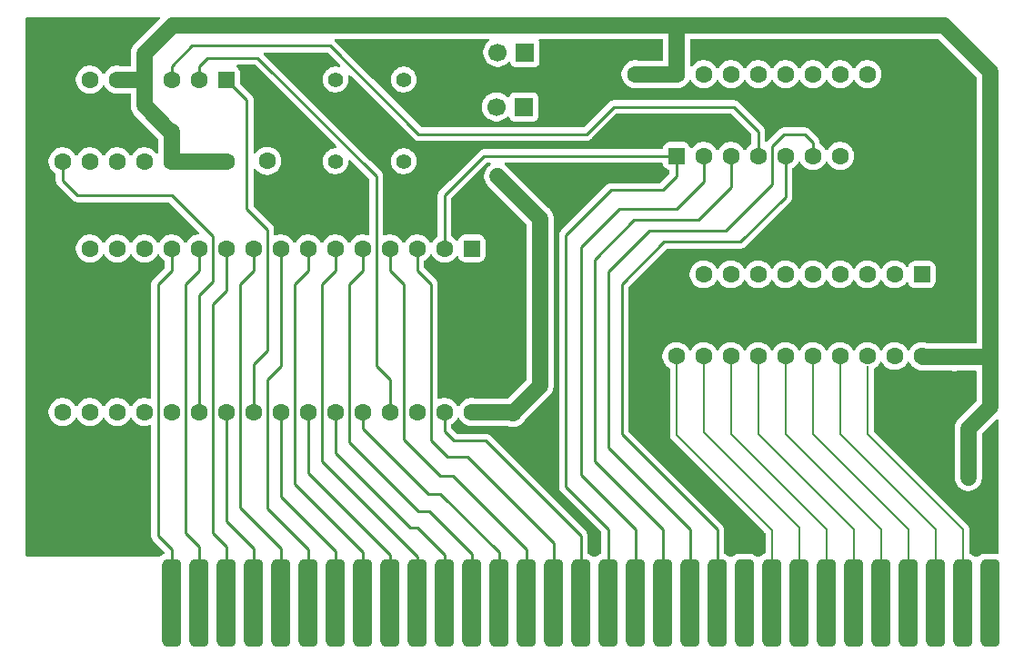
<source format=gtl>
%TF.GenerationSoftware,KiCad,Pcbnew,9.0.7*%
%TF.CreationDate,2026-01-22T10:29:22+01:00*%
%TF.ProjectId,xt-isa-umb,78742d69-7361-42d7-956d-622e6b696361,0.1*%
%TF.SameCoordinates,Original*%
%TF.FileFunction,Copper,L1,Top*%
%TF.FilePolarity,Positive*%
%FSLAX46Y46*%
G04 Gerber Fmt 4.6, Leading zero omitted, Abs format (unit mm)*
G04 Created by KiCad (PCBNEW 9.0.7) date 2026-01-22 10:29:22*
%MOMM*%
%LPD*%
G01*
G04 APERTURE LIST*
G04 Aperture macros list*
%AMRoundRect*
0 Rectangle with rounded corners*
0 $1 Rounding radius*
0 $2 $3 $4 $5 $6 $7 $8 $9 X,Y pos of 4 corners*
0 Add a 4 corners polygon primitive as box body*
4,1,4,$2,$3,$4,$5,$6,$7,$8,$9,$2,$3,0*
0 Add four circle primitives for the rounded corners*
1,1,$1+$1,$2,$3*
1,1,$1+$1,$4,$5*
1,1,$1+$1,$6,$7*
1,1,$1+$1,$8,$9*
0 Add four rect primitives between the rounded corners*
20,1,$1+$1,$2,$3,$4,$5,0*
20,1,$1+$1,$4,$5,$6,$7,0*
20,1,$1+$1,$6,$7,$8,$9,0*
20,1,$1+$1,$8,$9,$2,$3,0*%
G04 Aperture macros list end*
%TA.AperFunction,ComponentPad*%
%ADD10C,1.400000*%
%TD*%
%TA.AperFunction,ComponentPad*%
%ADD11C,1.600000*%
%TD*%
%TA.AperFunction,ComponentPad*%
%ADD12RoundRect,0.250000X-0.350000X-0.350000X0.350000X-0.350000X0.350000X0.350000X-0.350000X0.350000X0*%
%TD*%
%TA.AperFunction,ComponentPad*%
%ADD13C,1.200000*%
%TD*%
%TA.AperFunction,ComponentPad*%
%ADD14RoundRect,0.250000X-0.550000X0.550000X-0.550000X-0.550000X0.550000X-0.550000X0.550000X0.550000X0*%
%TD*%
%TA.AperFunction,ComponentPad*%
%ADD15R,1.700000X1.700000*%
%TD*%
%TA.AperFunction,ComponentPad*%
%ADD16C,1.700000*%
%TD*%
%TA.AperFunction,ComponentPad*%
%ADD17RoundRect,0.250000X0.550000X-0.550000X0.550000X0.550000X-0.550000X0.550000X-0.550000X-0.550000X0*%
%TD*%
%TA.AperFunction,ConnectorPad*%
%ADD18RoundRect,0.444500X-0.444500X-3.619500X0.444500X-3.619500X0.444500X3.619500X-0.444500X3.619500X0*%
%TD*%
%TA.AperFunction,ViaPad*%
%ADD19C,1.000000*%
%TD*%
%TA.AperFunction,Conductor*%
%ADD20C,1.524000*%
%TD*%
%TA.AperFunction,Conductor*%
%ADD21C,0.254000*%
%TD*%
%TA.AperFunction,Conductor*%
%ADD22C,0.200000*%
%TD*%
%TA.AperFunction,Conductor*%
%ADD23C,1.500000*%
%TD*%
G04 APERTURE END LIST*
D10*
%TO.P,R2,1*%
%TO.N,VCC*%
X116840000Y-99060000D03*
%TO.P,R2,2*%
%TO.N,Net-(JP1-B)*%
X116840000Y-91440000D03*
%TD*%
D11*
%TO.P,C1,1*%
%TO.N,VCC*%
X144780000Y-90932000D03*
%TO.P,C1,2*%
%TO.N,GND*%
X144780000Y-95932000D03*
%TD*%
D12*
%TO.P,C6,1*%
%TO.N,VCC*%
X175768000Y-128524000D03*
D13*
%TO.P,C6,2*%
%TO.N,GND*%
X177768000Y-128524000D03*
%TD*%
D11*
%TO.P,C4,1*%
%TO.N,VCC*%
X174498000Y-117308000D03*
%TO.P,C4,2*%
%TO.N,GND*%
X174498000Y-112308000D03*
%TD*%
D14*
%TO.P,U4,1,A->B*%
%TO.N,{slash}MEMW*%
X171450000Y-109601000D03*
D11*
%TO.P,U4,2,A0*%
%TO.N,Net-(U3-DQ7)*%
X168910000Y-109601000D03*
%TO.P,U4,3,A1*%
%TO.N,Net-(U3-DQ6)*%
X166370000Y-109601000D03*
%TO.P,U4,4,A2*%
%TO.N,Net-(U3-DQ5)*%
X163830000Y-109601000D03*
%TO.P,U4,5,A3*%
%TO.N,Net-(U3-DQ4)*%
X161290000Y-109601000D03*
%TO.P,U4,6,A4*%
%TO.N,Net-(U3-DQ3)*%
X158750000Y-109601000D03*
%TO.P,U4,7,A5*%
%TO.N,Net-(U3-DQ2)*%
X156210000Y-109601000D03*
%TO.P,U4,8,A6*%
%TO.N,Net-(U3-DQ1)*%
X153670000Y-109601000D03*
%TO.P,U4,9,A7*%
%TO.N,Net-(U3-DQ0)*%
X151130000Y-109601000D03*
%TO.P,U4,10,GND*%
%TO.N,GND*%
X148590000Y-109601000D03*
%TO.P,U4,11,B7*%
%TO.N,/D0*%
X148590000Y-117221000D03*
%TO.P,U4,12,B6*%
%TO.N,/D1*%
X151130000Y-117221000D03*
%TO.P,U4,13,B5*%
%TO.N,/D2*%
X153670000Y-117221000D03*
%TO.P,U4,14,B4*%
%TO.N,/D3*%
X156210000Y-117221000D03*
%TO.P,U4,15,B3*%
%TO.N,/D4*%
X158750000Y-117221000D03*
%TO.P,U4,16,B2*%
%TO.N,/D5*%
X161290000Y-117221000D03*
%TO.P,U4,17,B1*%
%TO.N,/D6*%
X163830000Y-117221000D03*
%TO.P,U4,18,B0*%
%TO.N,/D7*%
X166370000Y-117221000D03*
%TO.P,U4,19,CE*%
%TO.N,Net-(U3-~{CE})*%
X168910000Y-117221000D03*
%TO.P,U4,20,VCC*%
%TO.N,VCC*%
X171450000Y-117221000D03*
%TD*%
D15*
%TO.P,JP1,1,A*%
%TO.N,Net-(JP1-A)*%
X134493000Y-88900000D03*
D16*
%TO.P,JP1,2,B*%
%TO.N,Net-(JP1-B)*%
X131953000Y-88900000D03*
%TD*%
D15*
%TO.P,JP2,1,A*%
%TO.N,Net-(JP2-A)*%
X134371000Y-93980000D03*
D16*
%TO.P,JP2,2,B*%
%TO.N,Net-(JP2-B)*%
X131831000Y-93980000D03*
%TD*%
D11*
%TO.P,C3,1*%
%TO.N,VCC*%
X133350000Y-122515000D03*
%TO.P,C3,2*%
%TO.N,GND*%
X133350000Y-117515000D03*
%TD*%
D14*
%TO.P,U3,1,NC*%
%TO.N,unconnected-(U3-NC-Pad1)*%
X129539999Y-107188001D03*
D11*
%TO.P,U3,2,A16*%
%TO.N,/A16*%
X126999999Y-107188001D03*
%TO.P,U3,3,A14*%
%TO.N,/A14*%
X124459999Y-107188001D03*
%TO.P,U3,4,A12*%
%TO.N,/A13*%
X121919999Y-107188001D03*
%TO.P,U3,5,A7*%
%TO.N,/A11*%
X119379999Y-107188001D03*
%TO.P,U3,6,A6*%
%TO.N,/A9*%
X116839999Y-107188001D03*
%TO.P,U3,7,A5*%
%TO.N,/A7*%
X114299999Y-107188001D03*
%TO.P,U3,8,A4*%
%TO.N,/A5*%
X111759999Y-107188001D03*
%TO.P,U3,9,A3*%
%TO.N,/A4*%
X109219999Y-107188001D03*
%TO.P,U3,10,A2*%
%TO.N,/A2*%
X106679999Y-107188001D03*
%TO.P,U3,11,A1*%
%TO.N,/A1*%
X104139999Y-107188001D03*
%TO.P,U3,12,A0*%
%TO.N,/A0*%
X101599999Y-107188001D03*
%TO.P,U3,13,DQ0*%
%TO.N,Net-(U3-DQ0)*%
X99059999Y-107188001D03*
%TO.P,U3,14,DQ1*%
%TO.N,Net-(U3-DQ1)*%
X96519999Y-107188001D03*
%TO.P,U3,15,DQ2*%
%TO.N,Net-(U3-DQ2)*%
X93979999Y-107188001D03*
%TO.P,U3,16,GND*%
%TO.N,GND*%
X91439999Y-107188001D03*
%TO.P,U3,17,DQ3*%
%TO.N,Net-(U3-DQ3)*%
X91439999Y-122428001D03*
%TO.P,U3,18,DQ4*%
%TO.N,Net-(U3-DQ4)*%
X93979999Y-122428001D03*
%TO.P,U3,19,DQ5*%
%TO.N,Net-(U3-DQ5)*%
X96519999Y-122428001D03*
%TO.P,U3,20,DQ6*%
%TO.N,Net-(U3-DQ6)*%
X99059999Y-122428001D03*
%TO.P,U3,21,DQ7*%
%TO.N,Net-(U3-DQ7)*%
X101599999Y-122428001D03*
%TO.P,U3,22,~{CE}*%
%TO.N,Net-(U3-~{CE})*%
X104139999Y-122428001D03*
%TO.P,U3,23,A10*%
%TO.N,/A3*%
X106679999Y-122428001D03*
%TO.P,U3,24,~{OE}*%
%TO.N,{slash}MEMR*%
X109219999Y-122428001D03*
%TO.P,U3,25,A11*%
%TO.N,/A6*%
X111759999Y-122428001D03*
%TO.P,U3,26,A9*%
%TO.N,/A8*%
X114299999Y-122428001D03*
%TO.P,U3,27,A8*%
%TO.N,/A10*%
X116839999Y-122428001D03*
%TO.P,U3,28,A13*%
%TO.N,/A12*%
X119379999Y-122428001D03*
%TO.P,U3,29,~{WE}*%
%TO.N,{slash}MEMW*%
X121919999Y-122428001D03*
%TO.P,U3,30,CE*%
%TO.N,VCC*%
X124459999Y-122428001D03*
%TO.P,U3,31,A15*%
%TO.N,/A15*%
X126999999Y-122428001D03*
%TO.P,U3,32,VCC*%
%TO.N,VCC*%
X129539999Y-122428001D03*
%TD*%
%TO.P,C2,1*%
%TO.N,VCC*%
X110490000Y-99020000D03*
%TO.P,C2,2*%
%TO.N,GND*%
X110490000Y-94020000D03*
%TD*%
D10*
%TO.P,R1,1*%
%TO.N,VCC*%
X123190000Y-99060000D03*
%TO.P,R1,2*%
%TO.N,Net-(JP2-B)*%
X123190000Y-91440000D03*
%TD*%
D17*
%TO.P,U1,1,A0*%
%TO.N,/A16*%
X148590000Y-98552000D03*
D11*
%TO.P,U1,2,A1*%
%TO.N,/A17*%
X151130000Y-98552000D03*
%TO.P,U1,3,A2*%
%TO.N,/A18*%
X153670000Y-98552000D03*
%TO.P,U1,4,E1*%
%TO.N,Net-(U1-E1)*%
X156210000Y-98552000D03*
%TO.P,U1,5,E2*%
%TO.N,Net-(J1-AEN)*%
X158750000Y-98552000D03*
%TO.P,U1,6,E3*%
%TO.N,/A19*%
X161290000Y-98552000D03*
%TO.P,U1,7,O7*%
%TO.N,unconnected-(U1-O7-Pad7)*%
X163830000Y-98552000D03*
%TO.P,U1,8,GND*%
%TO.N,GND*%
X166370000Y-98552000D03*
%TO.P,U1,9,O6*%
%TO.N,Net-(JP2-A)*%
X166370000Y-90932000D03*
%TO.P,U1,10,O5*%
%TO.N,Net-(JP1-A)*%
X163830000Y-90932000D03*
%TO.P,U1,11,O4*%
%TO.N,unconnected-(U1-O4-Pad11)*%
X161290000Y-90932000D03*
%TO.P,U1,12,O3*%
%TO.N,unconnected-(U1-O3-Pad12)*%
X158750000Y-90932000D03*
%TO.P,U1,13,O2*%
%TO.N,unconnected-(U1-O2-Pad13)*%
X156210000Y-90932000D03*
%TO.P,U1,14,O1*%
%TO.N,unconnected-(U1-O1-Pad14)*%
X153670000Y-90932000D03*
%TO.P,U1,15,O0*%
%TO.N,unconnected-(U1-O0-Pad15)*%
X151130000Y-90932000D03*
%TO.P,U1,16,VCC*%
%TO.N,VCC*%
X148590000Y-90932000D03*
%TD*%
D18*
%TO.P,J1,32,IO*%
%TO.N,unconnected-(J1-IO-Pad32)*%
X177799999Y-140208001D03*
%TO.P,J1,33,DB7*%
%TO.N,/D7*%
X175259999Y-140208001D03*
%TO.P,J1,34,DB6*%
%TO.N,/D6*%
X172719999Y-140208001D03*
%TO.P,J1,35,DB5*%
%TO.N,/D5*%
X170179999Y-140208001D03*
%TO.P,J1,36,DB4*%
%TO.N,/D4*%
X167639999Y-140208001D03*
%TO.P,J1,37,DB3*%
%TO.N,/D3*%
X165099999Y-140208001D03*
%TO.P,J1,38,DB2*%
%TO.N,/D2*%
X162559999Y-140208001D03*
%TO.P,J1,39,DB1*%
%TO.N,/D1*%
X160019999Y-140208001D03*
%TO.P,J1,40,DB0*%
%TO.N,/D0*%
X157479999Y-140208001D03*
%TO.P,J1,41,IO_READY*%
%TO.N,unconnected-(J1-IO_READY-Pad41)*%
X154939999Y-140208001D03*
%TO.P,J1,42,AEN*%
%TO.N,Net-(J1-AEN)*%
X152399999Y-140208001D03*
%TO.P,J1,43,BA19*%
%TO.N,/A19*%
X149859999Y-140208001D03*
%TO.P,J1,44,BA18*%
%TO.N,/A18*%
X147319999Y-140208001D03*
%TO.P,J1,45,BA17*%
%TO.N,/A17*%
X144779999Y-140208001D03*
%TO.P,J1,46,BA16*%
%TO.N,/A16*%
X142239999Y-140208001D03*
%TO.P,J1,47,BA15*%
%TO.N,/A15*%
X139699999Y-140208001D03*
%TO.P,J1,48,BA14*%
%TO.N,/A14*%
X137159999Y-140208001D03*
%TO.P,J1,49,BA13*%
%TO.N,/A13*%
X134619999Y-140208001D03*
%TO.P,J1,50,BA12*%
%TO.N,/A12*%
X132079999Y-140208001D03*
%TO.P,J1,51,BA11*%
%TO.N,/A11*%
X129539999Y-140208001D03*
%TO.P,J1,52,BA10*%
%TO.N,/A10*%
X126999999Y-140208001D03*
%TO.P,J1,53,BA09*%
%TO.N,/A9*%
X124459999Y-140208001D03*
%TO.P,J1,54,BA08*%
%TO.N,/A8*%
X121919999Y-140208001D03*
%TO.P,J1,55,BA07*%
%TO.N,/A7*%
X119379999Y-140208001D03*
%TO.P,J1,56,BA06*%
%TO.N,/A6*%
X116839999Y-140208001D03*
%TO.P,J1,57,BA05*%
%TO.N,/A5*%
X114299999Y-140208001D03*
%TO.P,J1,58,BA04*%
%TO.N,/A4*%
X111759999Y-140208001D03*
%TO.P,J1,59,BA03*%
%TO.N,/A3*%
X109219999Y-140208001D03*
%TO.P,J1,60,BA02*%
%TO.N,/A2*%
X106679999Y-140208001D03*
%TO.P,J1,61,BA01*%
%TO.N,/A1*%
X104139999Y-140208001D03*
%TO.P,J1,62,BA00*%
%TO.N,/A0*%
X101599999Y-140208001D03*
%TD*%
D14*
%TO.P,U2,1*%
%TO.N,{slash}MEMR*%
X106680000Y-91440000D03*
D11*
%TO.P,U2,2*%
%TO.N,{slash}MEMW*%
X104140000Y-91440000D03*
%TO.P,U2,3*%
%TO.N,Net-(U1-E1)*%
X101600000Y-91440000D03*
%TO.P,U2,4*%
%TO.N,VCC*%
X99060000Y-91440000D03*
%TO.P,U2,5*%
X96520000Y-91440000D03*
%TO.P,U2,6*%
%TO.N,unconnected-(U2-Pad6)*%
X93980000Y-91440000D03*
%TO.P,U2,7,GND*%
%TO.N,GND*%
X91440000Y-91440000D03*
%TO.P,U2,8*%
%TO.N,Net-(U3-~{CE})*%
X91440000Y-99060000D03*
%TO.P,U2,9*%
%TO.N,Net-(JP1-B)*%
X93980000Y-99060000D03*
%TO.P,U2,10*%
%TO.N,Net-(JP2-B)*%
X96520000Y-99060000D03*
%TO.P,U2,11*%
%TO.N,unconnected-(U2-Pad11)*%
X99060000Y-99060000D03*
%TO.P,U2,12*%
%TO.N,VCC*%
X101600000Y-99060000D03*
%TO.P,U2,13*%
X104140000Y-99060000D03*
%TO.P,U2,14,VCC*%
X106680000Y-99060000D03*
%TD*%
D19*
%TO.N,GND*%
X170307000Y-122682000D03*
X172847000Y-122682000D03*
X172847000Y-125222000D03*
X170307000Y-125222000D03*
X128524000Y-117602000D03*
X90170000Y-133604000D03*
X136525000Y-100203000D03*
X170180000Y-102362000D03*
X97790000Y-131064000D03*
X95250000Y-133604000D03*
X120777000Y-96520000D03*
X97790000Y-125984000D03*
X113157000Y-104140000D03*
X90170000Y-128524000D03*
X145792602Y-117631629D03*
X90170000Y-125984000D03*
X92710000Y-125984000D03*
X165100000Y-104902000D03*
X90170000Y-131064000D03*
X172466000Y-94107000D03*
X135890000Y-124460000D03*
X97790000Y-128524000D03*
X118237000Y-104140000D03*
X92710000Y-128524000D03*
X167640000Y-102362000D03*
X115697000Y-101600000D03*
X118237000Y-101600000D03*
X130937000Y-104140000D03*
X95250000Y-125984000D03*
X115697000Y-104140000D03*
X133350000Y-106553000D03*
X95250000Y-131064000D03*
X137922000Y-102108000D03*
X146050000Y-121920000D03*
X92710000Y-133604000D03*
X136398000Y-128524000D03*
X95250000Y-128524000D03*
X172466000Y-91567000D03*
X154940000Y-133985000D03*
X139319000Y-100203000D03*
X113157000Y-101600000D03*
X167640000Y-104902000D03*
X165100000Y-102362000D03*
X175006000Y-91567000D03*
X169926000Y-91567000D03*
X175006000Y-94107000D03*
X127127000Y-93853000D03*
X169926000Y-94107000D03*
X170180000Y-104902000D03*
X92710000Y-131064000D03*
X97790000Y-133604000D03*
X133350000Y-108966000D03*
%TO.N,VCC*%
X131953000Y-100457000D03*
X135890000Y-104394000D03*
X133096000Y-101600000D03*
X135890000Y-106680000D03*
X134493000Y-102997000D03*
%TD*%
D20*
%TO.N,GND*%
X133350000Y-106553000D02*
X133350000Y-117515000D01*
X149987000Y-112395000D02*
X148590000Y-110998000D01*
X174498000Y-112308000D02*
X174411000Y-112395000D01*
X148590000Y-110998000D02*
X148590000Y-109601000D01*
X133350000Y-106553000D02*
X130937000Y-104140000D01*
X174411000Y-112395000D02*
X149987000Y-112395000D01*
X174585000Y-112395000D02*
X174498000Y-112308000D01*
D21*
%TO.N,{slash}MEMW*%
X104902000Y-89408000D02*
X109601000Y-89408000D01*
X104140000Y-90170000D02*
X104902000Y-89408000D01*
X120650000Y-100457000D02*
X120650000Y-118110000D01*
X104140000Y-91440000D02*
X104140000Y-90170000D01*
X120650000Y-118110000D02*
X121920000Y-119380000D01*
X109601000Y-89408000D02*
X120650000Y-100457000D01*
X121920000Y-119380000D02*
X121919999Y-122428001D01*
%TO.N,{slash}MEMR*%
X110490000Y-105410000D02*
X108585000Y-103505000D01*
X108585000Y-93345000D02*
X106680000Y-91440000D01*
X108585000Y-103505000D02*
X108585000Y-93345000D01*
X109219999Y-122428001D02*
X109219999Y-117983001D01*
X110490000Y-116713000D02*
X110490000Y-105410000D01*
X109219999Y-117983001D02*
X110490000Y-116713000D01*
%TO.N,Net-(J1-AEN)*%
X143510000Y-110490000D02*
X147447000Y-106553000D01*
X154559000Y-106553000D02*
X158750000Y-102362000D01*
X147447000Y-106553000D02*
X154559000Y-106553000D01*
X143510000Y-124523500D02*
X143510000Y-110490000D01*
X152399999Y-133413499D02*
X143510000Y-124523500D01*
X158750000Y-102362000D02*
X158750000Y-98928000D01*
%TO.N,/A14*%
X124459999Y-109219999D02*
X124459999Y-107188001D01*
X127254000Y-126619000D02*
X125729999Y-125094999D01*
X137159999Y-140208001D02*
X137159999Y-134619999D01*
X125729999Y-125094999D02*
X125729999Y-110489999D01*
X129159000Y-126619000D02*
X127254000Y-126619000D01*
X137159999Y-134619999D02*
X129159000Y-126619000D01*
X125729999Y-110489999D02*
X124459999Y-109219999D01*
D22*
%TO.N,/D7*%
X175260000Y-133350000D02*
X175259999Y-140208001D01*
X166370000Y-118110000D02*
X166370000Y-124460000D01*
X166370000Y-124460000D02*
X175260000Y-133350000D01*
D21*
%TO.N,/A6*%
X116839999Y-135381999D02*
X116839999Y-140208001D01*
X111759999Y-122428001D02*
X111759999Y-130301999D01*
X111759999Y-130301999D02*
X116839999Y-135381999D01*
%TO.N,/A16*%
X127000000Y-107188000D02*
X127000000Y-102235000D01*
X142494000Y-101727000D02*
X147320000Y-101727000D01*
X148590000Y-100457000D02*
X148590000Y-98552000D01*
X126999999Y-107188001D02*
X127000000Y-107188000D01*
X127000000Y-102235000D02*
X130683000Y-98552000D01*
X138303000Y-129413000D02*
X138303000Y-105918000D01*
X147320000Y-101727000D02*
X148590000Y-100457000D01*
X148590000Y-98933000D02*
X148590000Y-98552000D01*
X130683000Y-98552000D02*
X148590000Y-98552000D01*
X142239999Y-133349999D02*
X138303000Y-129413000D01*
X142239999Y-140208001D02*
X142239999Y-133349999D01*
X138303000Y-105918000D02*
X142494000Y-101727000D01*
D22*
%TO.N,/D5*%
X161290000Y-117221000D02*
X161290000Y-124523500D01*
X170179999Y-133413499D02*
X170179999Y-140208001D01*
X161290000Y-124523500D02*
X170179999Y-133413499D01*
D21*
%TO.N,/A3*%
X109219999Y-135127999D02*
X106680000Y-132588000D01*
X109219999Y-140208001D02*
X109219999Y-135127999D01*
X106680000Y-132588000D02*
X106679999Y-122428001D01*
%TO.N,/A19*%
X149859999Y-140208001D02*
X149859999Y-133349999D01*
X146050000Y-105537000D02*
X153162000Y-105537000D01*
X160528000Y-96520000D02*
X161290000Y-97282000D01*
X157480000Y-101219000D02*
X157480000Y-97663000D01*
X161290000Y-97282000D02*
X161290000Y-98552000D01*
X142240000Y-109347000D02*
X146050000Y-105537000D01*
X157480000Y-97663000D02*
X158623000Y-96520000D01*
X153162000Y-105537000D02*
X157480000Y-101219000D01*
X149859999Y-133349999D02*
X142240000Y-125730000D01*
X158623000Y-96520000D02*
X160528000Y-96520000D01*
X142240000Y-125730000D02*
X142240000Y-109347000D01*
%TO.N,/A13*%
X121920000Y-109220000D02*
X121919999Y-107188001D01*
X127762000Y-128397000D02*
X126618998Y-128397000D01*
X126618998Y-128397000D02*
X123189999Y-124968001D01*
X134619999Y-135254999D02*
X127762000Y-128397000D01*
X134619999Y-140208001D02*
X134619999Y-135254999D01*
X123189999Y-124968001D02*
X123189999Y-110489999D01*
X123189999Y-110489999D02*
X121920000Y-109220000D01*
%TO.N,/A12*%
X126619000Y-130048000D02*
X132079999Y-135508999D01*
X125476000Y-130048000D02*
X126619000Y-130048000D01*
X119379999Y-122428001D02*
X119379999Y-123951999D01*
X119379999Y-123951999D02*
X125476000Y-130048000D01*
X132079999Y-135508999D02*
X132079999Y-140208001D01*
%TO.N,/A18*%
X147319999Y-133349999D02*
X140970000Y-127000000D01*
X153670000Y-101473000D02*
X153670000Y-98552000D01*
X144653000Y-104521000D02*
X150622000Y-104521000D01*
X150622000Y-104521000D02*
X153670000Y-101473000D01*
X147319999Y-140208001D02*
X147319999Y-133349999D01*
X140970000Y-127000000D02*
X140970000Y-108204000D01*
X140970000Y-108204000D02*
X144653000Y-104521000D01*
%TO.N,/A10*%
X123825000Y-133223000D02*
X124460000Y-133223000D01*
X124460000Y-133223000D02*
X126999999Y-135762999D01*
X116839999Y-122428001D02*
X116839999Y-126237999D01*
X116839999Y-126237999D02*
X123825000Y-133223000D01*
X126999999Y-135762999D02*
X126999999Y-140208001D01*
D22*
%TO.N,/D2*%
X162559999Y-140208001D02*
X162559999Y-133349999D01*
X153670000Y-124460000D02*
X153670000Y-117221000D01*
X162559999Y-133349999D02*
X153670000Y-124460000D01*
D21*
%TO.N,/A4*%
X109220000Y-109220000D02*
X109220000Y-107188002D01*
X107950000Y-110490000D02*
X109220000Y-109220000D01*
D22*
X109220000Y-107188002D02*
X109219999Y-107188001D01*
D21*
X107950000Y-131318000D02*
X107950000Y-110490000D01*
X111759999Y-140208001D02*
X111759999Y-135127999D01*
X111759999Y-135127999D02*
X107950000Y-131318000D01*
%TO.N,/A15*%
X139699999Y-140208001D02*
X139699999Y-133984999D01*
X127000000Y-122936001D02*
X126999999Y-122936000D01*
X127000000Y-124206000D02*
X127000000Y-122936001D01*
X130810000Y-125095000D02*
X127889000Y-125095000D01*
X126999999Y-122936000D02*
X126999999Y-122428001D01*
X139699999Y-133984999D02*
X130810000Y-125095000D01*
X127889000Y-125095000D02*
X127000000Y-124206000D01*
%TO.N,/A8*%
X114299999Y-122428001D02*
X114299999Y-128142999D01*
X114299999Y-128142999D02*
X121919999Y-135762999D01*
X121919999Y-135762999D02*
X121919999Y-140208001D01*
%TO.N,/A5*%
X111759999Y-118110001D02*
X111759999Y-107188001D01*
X114299999Y-140208001D02*
X114299999Y-136144001D01*
X110490000Y-119380000D02*
X111759999Y-118110001D01*
X114299999Y-135254999D02*
X110490000Y-131445000D01*
X114299999Y-136144001D02*
X114299999Y-135254999D01*
X110490000Y-131445000D02*
X110490000Y-119380000D01*
D22*
%TO.N,/D0*%
X157479999Y-133476999D02*
X148590000Y-124587000D01*
X148590000Y-124587000D02*
X148590000Y-117221000D01*
X157479999Y-140208001D02*
X157479999Y-133476999D01*
%TO.N,/A17*%
X144779999Y-135889999D02*
X144780000Y-135889998D01*
D21*
X151130000Y-100965000D02*
X151130000Y-98552000D01*
X144779999Y-140208001D02*
X144779999Y-135889999D01*
X139700000Y-128270000D02*
X139700000Y-107061000D01*
X143256000Y-103505000D02*
X148590000Y-103505000D01*
X144780000Y-135889998D02*
X144780000Y-133350000D01*
X148590000Y-103505000D02*
X151130000Y-100965000D01*
X139700000Y-107061000D02*
X143256000Y-103505000D01*
X144780000Y-133350000D02*
X139700000Y-128270000D01*
D22*
%TO.N,/D6*%
X172719999Y-140208001D02*
X172719999Y-133349999D01*
X172719999Y-133349999D02*
X163830000Y-124460000D01*
X163830000Y-124460000D02*
X163830000Y-117221000D01*
D21*
%TO.N,/A7*%
X114300000Y-109220000D02*
X114300000Y-107188002D01*
X119379999Y-140208001D02*
X119379999Y-135508999D01*
X113030000Y-110490000D02*
X114300000Y-109220000D01*
D22*
X114300000Y-107188002D02*
X114299999Y-107188001D01*
D21*
X119379999Y-135508999D02*
X113030000Y-129159000D01*
X113030000Y-129159000D02*
X113030000Y-110490000D01*
%TO.N,/A9*%
X116839999Y-107188001D02*
X116839999Y-109220001D01*
X115570000Y-127000000D02*
X124459999Y-135889999D01*
X124459999Y-135889999D02*
X124459999Y-140208001D01*
X116839999Y-109220001D02*
X115570000Y-110490000D01*
X115570000Y-110490000D02*
X115570000Y-127000000D01*
%TO.N,/A11*%
X124587000Y-131699000D02*
X125603000Y-131699000D01*
X119379999Y-107188001D02*
X119379999Y-109283501D01*
X118110000Y-110553500D02*
X118110000Y-125222000D01*
X119379999Y-109283501D02*
X118110000Y-110553500D01*
D22*
X129539999Y-140208001D02*
X129539999Y-136651999D01*
D21*
X118110000Y-125222000D02*
X124587000Y-131699000D01*
X125603000Y-131699000D02*
X129539999Y-135635999D01*
X129539999Y-135635999D02*
X129539999Y-140208001D01*
%TO.N,/A1*%
X102870000Y-110553500D02*
X104139999Y-109283501D01*
X104139999Y-109283501D02*
X104139999Y-107188001D01*
X102870000Y-133731000D02*
X102870000Y-110553500D01*
X104139999Y-140208001D02*
X104140000Y-135001000D01*
X104140000Y-135001000D02*
X102870000Y-133731000D01*
%TO.N,/A2*%
X106679999Y-107188001D02*
X106679999Y-111125001D01*
X106680000Y-135001000D02*
X106680000Y-135255000D01*
X105410000Y-133731000D02*
X106680000Y-135001000D01*
X105410000Y-112395000D02*
X105410000Y-133731000D01*
X106679999Y-111125001D02*
X105410000Y-112395000D01*
D22*
X106680000Y-135255000D02*
X106679999Y-135255001D01*
D21*
X106679999Y-135255001D02*
X106679999Y-140208001D01*
D22*
%TO.N,/D1*%
X160019999Y-140208001D02*
X160019999Y-133222999D01*
X160019999Y-133222999D02*
X151130000Y-124333000D01*
X151130000Y-124333000D02*
X151130000Y-117221000D01*
%TO.N,/D3*%
X165099999Y-133349999D02*
X156210000Y-124460000D01*
X165099999Y-140208001D02*
X165099999Y-133349999D01*
X156210000Y-124460000D02*
X156210000Y-117221000D01*
%TO.N,/D4*%
X158750000Y-124460000D02*
X158750000Y-117221000D01*
X167639999Y-133349999D02*
X158750000Y-124460000D01*
X167639999Y-140208001D02*
X167639999Y-133349999D01*
D21*
%TO.N,/A0*%
X101599999Y-135254999D02*
X100330000Y-133985000D01*
X100330000Y-110490000D02*
X101599999Y-109220001D01*
X101599999Y-109220001D02*
X101599999Y-107188001D01*
X100330000Y-133985000D02*
X100330000Y-110490000D01*
X101599999Y-140208001D02*
X101599999Y-135254999D01*
D20*
%TO.N,VCC*%
X135890000Y-119975000D02*
X133350000Y-122515000D01*
X174498000Y-117308000D02*
X171537000Y-117308000D01*
X177800000Y-90678000D02*
X173482000Y-86360000D01*
X99060000Y-89027000D02*
X99060000Y-91440000D01*
X175768000Y-128524000D02*
X175768000Y-123952000D01*
X131953000Y-100457000D02*
X135890000Y-104394000D01*
X173482000Y-86360000D02*
X148590000Y-86360000D01*
D23*
X99060000Y-93853000D02*
X99060000Y-93726000D01*
D20*
X148590000Y-90932000D02*
X144780000Y-90932000D01*
X133350000Y-122515000D02*
X133263001Y-122428001D01*
X171537000Y-117308000D02*
X171450000Y-117221000D01*
X177760000Y-117308000D02*
X174498000Y-117308000D01*
X177800000Y-117348000D02*
X177800000Y-90678000D01*
X177800000Y-121920000D02*
X177800000Y-117348000D01*
X96520000Y-91440000D02*
X99060000Y-91440000D01*
X175768000Y-123952000D02*
X177800000Y-121920000D01*
X148590000Y-86360000D02*
X148590000Y-90932000D01*
X101600000Y-99060000D02*
X101600000Y-96266000D01*
X148590000Y-86360000D02*
X101727000Y-86360000D01*
X99060000Y-93726000D02*
X99060000Y-91440000D01*
X101727000Y-86360000D02*
X99060000Y-89027000D01*
X135890000Y-104394000D02*
X135890000Y-119975000D01*
X101473000Y-96266000D02*
X99060000Y-93853000D01*
X106680000Y-99060000D02*
X101600000Y-99060000D01*
X133263001Y-122428001D02*
X129539999Y-122428001D01*
X177800000Y-117348000D02*
X177760000Y-117308000D01*
D21*
%TO.N,Net-(U1-E1)*%
X101600000Y-90170000D02*
X103505000Y-88265000D01*
X140208000Y-96520000D02*
X142748000Y-93980000D01*
X153924000Y-93980000D02*
X156210000Y-96266000D01*
X101599999Y-91694001D02*
X101600000Y-90170000D01*
X124587000Y-96520000D02*
X140208000Y-96520000D01*
X116332000Y-88265000D02*
X124587000Y-96520000D01*
X156210000Y-96266000D02*
X156210000Y-98552000D01*
X103505000Y-88265000D02*
X116332000Y-88265000D01*
X142748000Y-93980000D02*
X153924000Y-93980000D01*
%TO.N,Net-(U3-~{CE})*%
X105410000Y-110236000D02*
X105410000Y-106045000D01*
X92837000Y-102235000D02*
X91439999Y-100837999D01*
X105410000Y-106045000D02*
X101600000Y-102235000D01*
X91439999Y-100837999D02*
X91439999Y-99314001D01*
X104139999Y-122428001D02*
X104139999Y-111506001D01*
X104139999Y-111506001D02*
X105410000Y-110236000D01*
X101600000Y-102235000D02*
X92837000Y-102235000D01*
D22*
%TO.N,Net-(JP1-A)*%
X163830000Y-90932000D02*
X163830000Y-91308000D01*
D21*
%TO.N,Net-(J1-AEN)*%
X152399999Y-140208001D02*
X152399999Y-133413499D01*
%TD*%
%TA.AperFunction,Conductor*%
%TO.N,GND*%
G36*
X100471232Y-85617685D02*
G01*
X100516987Y-85670489D01*
X100526931Y-85739647D01*
X100497906Y-85803203D01*
X100491874Y-85809681D01*
X98097021Y-88204533D01*
X97980213Y-88365305D01*
X97889994Y-88542367D01*
X97889993Y-88542370D01*
X97828587Y-88731362D01*
X97797500Y-88927639D01*
X97797500Y-90053500D01*
X97777815Y-90120539D01*
X97725011Y-90166294D01*
X97673500Y-90177500D01*
X96862568Y-90177500D01*
X96829369Y-90172242D01*
X96829269Y-90172660D01*
X96824530Y-90171522D01*
X96683364Y-90149163D01*
X96622352Y-90139500D01*
X96417648Y-90139500D01*
X96393329Y-90143351D01*
X96215465Y-90171522D01*
X96020776Y-90234781D01*
X95838386Y-90327715D01*
X95672786Y-90448028D01*
X95528028Y-90592786D01*
X95407715Y-90758386D01*
X95360485Y-90851080D01*
X95312510Y-90901876D01*
X95244689Y-90918671D01*
X95178554Y-90896134D01*
X95139515Y-90851080D01*
X95128595Y-90829648D01*
X95092287Y-90758390D01*
X95076629Y-90736838D01*
X94971971Y-90592786D01*
X94827213Y-90448028D01*
X94661613Y-90327715D01*
X94661612Y-90327714D01*
X94661610Y-90327713D01*
X94592024Y-90292257D01*
X94479223Y-90234781D01*
X94284534Y-90171522D01*
X94108680Y-90143670D01*
X94082352Y-90139500D01*
X93877648Y-90139500D01*
X93853329Y-90143351D01*
X93675465Y-90171522D01*
X93480776Y-90234781D01*
X93298386Y-90327715D01*
X93132786Y-90448028D01*
X92988028Y-90592786D01*
X92867715Y-90758386D01*
X92774781Y-90940776D01*
X92711522Y-91135465D01*
X92679500Y-91337648D01*
X92679500Y-91542351D01*
X92711522Y-91744534D01*
X92774781Y-91939223D01*
X92867715Y-92121613D01*
X92988028Y-92287213D01*
X93132786Y-92431971D01*
X93287749Y-92544556D01*
X93298390Y-92552287D01*
X93413503Y-92610940D01*
X93480776Y-92645218D01*
X93480778Y-92645218D01*
X93480781Y-92645220D01*
X93571856Y-92674812D01*
X93675465Y-92708477D01*
X93776557Y-92724488D01*
X93877648Y-92740500D01*
X93877649Y-92740500D01*
X94082351Y-92740500D01*
X94082352Y-92740500D01*
X94284534Y-92708477D01*
X94479219Y-92645220D01*
X94661610Y-92552287D01*
X94790482Y-92458657D01*
X94827213Y-92431971D01*
X94827215Y-92431968D01*
X94827219Y-92431966D01*
X94971966Y-92287219D01*
X94971968Y-92287215D01*
X94971971Y-92287213D01*
X95092284Y-92121614D01*
X95092285Y-92121613D01*
X95092287Y-92121610D01*
X95139516Y-92028917D01*
X95187489Y-91978123D01*
X95255310Y-91961328D01*
X95321445Y-91983865D01*
X95360483Y-92028917D01*
X95368315Y-92044287D01*
X95407715Y-92121614D01*
X95528028Y-92287213D01*
X95672786Y-92431971D01*
X95827749Y-92544556D01*
X95838390Y-92552287D01*
X95953503Y-92610940D01*
X96020776Y-92645218D01*
X96020778Y-92645218D01*
X96020781Y-92645220D01*
X96111856Y-92674812D01*
X96215465Y-92708477D01*
X96316557Y-92724488D01*
X96417648Y-92740500D01*
X96417649Y-92740500D01*
X96622351Y-92740500D01*
X96622352Y-92740500D01*
X96824534Y-92708477D01*
X96824545Y-92708473D01*
X96829269Y-92707340D01*
X96829369Y-92707757D01*
X96862568Y-92702500D01*
X97673500Y-92702500D01*
X97740539Y-92722185D01*
X97786294Y-92774989D01*
X97797500Y-92826500D01*
X97797500Y-93952360D01*
X97828587Y-94148637D01*
X97889993Y-94337629D01*
X97889994Y-94337632D01*
X97971917Y-94498412D01*
X97980213Y-94514694D01*
X98097019Y-94675463D01*
X98097021Y-94675465D01*
X100301181Y-96879625D01*
X100334666Y-96940948D01*
X100337500Y-96967306D01*
X100337500Y-98224152D01*
X100317815Y-98291191D01*
X100265011Y-98336946D01*
X100195853Y-98346890D01*
X100132297Y-98317865D01*
X100113182Y-98297037D01*
X100051971Y-98212786D01*
X99907213Y-98068028D01*
X99741613Y-97947715D01*
X99741612Y-97947714D01*
X99741610Y-97947713D01*
X99663106Y-97907713D01*
X99559223Y-97854781D01*
X99364534Y-97791522D01*
X99189995Y-97763878D01*
X99162352Y-97759500D01*
X98957648Y-97759500D01*
X98933329Y-97763351D01*
X98755465Y-97791522D01*
X98560776Y-97854781D01*
X98378386Y-97947715D01*
X98212786Y-98068028D01*
X98068028Y-98212786D01*
X97947715Y-98378386D01*
X97900485Y-98471080D01*
X97852510Y-98521876D01*
X97784689Y-98538671D01*
X97718554Y-98516134D01*
X97679515Y-98471080D01*
X97668595Y-98449648D01*
X97632287Y-98378390D01*
X97603223Y-98338386D01*
X97511971Y-98212786D01*
X97367213Y-98068028D01*
X97201613Y-97947715D01*
X97201612Y-97947714D01*
X97201610Y-97947713D01*
X97123106Y-97907713D01*
X97019223Y-97854781D01*
X96824534Y-97791522D01*
X96649995Y-97763878D01*
X96622352Y-97759500D01*
X96417648Y-97759500D01*
X96393329Y-97763351D01*
X96215465Y-97791522D01*
X96020776Y-97854781D01*
X95838386Y-97947715D01*
X95672786Y-98068028D01*
X95528028Y-98212786D01*
X95407715Y-98378386D01*
X95360485Y-98471080D01*
X95312510Y-98521876D01*
X95244689Y-98538671D01*
X95178554Y-98516134D01*
X95139515Y-98471080D01*
X95128595Y-98449648D01*
X95092287Y-98378390D01*
X95063223Y-98338386D01*
X94971971Y-98212786D01*
X94827213Y-98068028D01*
X94661613Y-97947715D01*
X94661612Y-97947714D01*
X94661610Y-97947713D01*
X94583106Y-97907713D01*
X94479223Y-97854781D01*
X94284534Y-97791522D01*
X94109995Y-97763878D01*
X94082352Y-97759500D01*
X93877648Y-97759500D01*
X93853329Y-97763351D01*
X93675465Y-97791522D01*
X93480776Y-97854781D01*
X93298386Y-97947715D01*
X93132786Y-98068028D01*
X92988028Y-98212786D01*
X92867715Y-98378386D01*
X92820485Y-98471080D01*
X92772510Y-98521876D01*
X92704689Y-98538671D01*
X92638554Y-98516134D01*
X92599515Y-98471080D01*
X92588595Y-98449648D01*
X92552287Y-98378390D01*
X92523223Y-98338386D01*
X92431971Y-98212786D01*
X92287213Y-98068028D01*
X92121613Y-97947715D01*
X92121612Y-97947714D01*
X92121610Y-97947713D01*
X92043106Y-97907713D01*
X91939223Y-97854781D01*
X91744534Y-97791522D01*
X91569995Y-97763878D01*
X91542352Y-97759500D01*
X91337648Y-97759500D01*
X91313329Y-97763351D01*
X91135465Y-97791522D01*
X90940776Y-97854781D01*
X90758386Y-97947715D01*
X90592786Y-98068028D01*
X90448028Y-98212786D01*
X90327715Y-98378386D01*
X90234781Y-98560776D01*
X90171522Y-98755465D01*
X90139500Y-98957648D01*
X90139500Y-99162351D01*
X90171522Y-99364534D01*
X90234781Y-99559223D01*
X90298468Y-99684214D01*
X90307333Y-99701613D01*
X90327715Y-99741613D01*
X90448028Y-99907213D01*
X90448034Y-99907219D01*
X90592781Y-100051966D01*
X90758390Y-100172287D01*
X90758395Y-100172289D01*
X90761384Y-100174461D01*
X90804050Y-100229791D01*
X90812499Y-100274780D01*
X90812499Y-100899806D01*
X90836611Y-101021026D01*
X90836613Y-101021034D01*
X90862902Y-101084501D01*
X90883914Y-101135228D01*
X90883919Y-101135238D01*
X90952587Y-101238006D01*
X90952590Y-101238010D01*
X92349589Y-102635008D01*
X92419744Y-102705163D01*
X92436994Y-102722413D01*
X92436996Y-102722414D01*
X92539756Y-102791076D01*
X92539758Y-102791077D01*
X92539767Y-102791083D01*
X92564772Y-102801440D01*
X92587071Y-102810677D01*
X92629254Y-102828149D01*
X92653966Y-102838386D01*
X92668018Y-102841181D01*
X92775192Y-102862499D01*
X92775196Y-102862500D01*
X92775197Y-102862500D01*
X101288719Y-102862500D01*
X101355758Y-102882185D01*
X101376400Y-102898819D01*
X104153401Y-105675820D01*
X104186886Y-105737143D01*
X104181902Y-105806835D01*
X104140030Y-105862768D01*
X104074566Y-105887185D01*
X104065720Y-105887501D01*
X104037647Y-105887501D01*
X104013328Y-105891352D01*
X103835464Y-105919523D01*
X103640775Y-105982782D01*
X103458385Y-106075716D01*
X103292785Y-106196029D01*
X103148027Y-106340787D01*
X103027714Y-106506387D01*
X102980484Y-106599081D01*
X102932509Y-106649877D01*
X102864688Y-106666672D01*
X102798553Y-106644135D01*
X102759514Y-106599081D01*
X102744547Y-106569707D01*
X102712286Y-106506391D01*
X102635405Y-106400572D01*
X102591970Y-106340787D01*
X102447212Y-106196029D01*
X102281612Y-106075716D01*
X102281611Y-106075715D01*
X102281609Y-106075714D01*
X102212021Y-106040257D01*
X102099222Y-105982782D01*
X101904533Y-105919523D01*
X101729994Y-105891879D01*
X101702351Y-105887501D01*
X101497647Y-105887501D01*
X101473328Y-105891352D01*
X101295464Y-105919523D01*
X101100775Y-105982782D01*
X100918385Y-106075716D01*
X100752785Y-106196029D01*
X100608027Y-106340787D01*
X100487714Y-106506387D01*
X100440484Y-106599081D01*
X100392509Y-106649877D01*
X100324688Y-106666672D01*
X100258553Y-106644135D01*
X100219514Y-106599081D01*
X100204547Y-106569707D01*
X100172286Y-106506391D01*
X100095405Y-106400572D01*
X100051970Y-106340787D01*
X99907212Y-106196029D01*
X99741612Y-106075716D01*
X99741611Y-106075715D01*
X99741609Y-106075714D01*
X99672021Y-106040257D01*
X99559222Y-105982782D01*
X99364533Y-105919523D01*
X99189994Y-105891879D01*
X99162351Y-105887501D01*
X98957647Y-105887501D01*
X98933328Y-105891352D01*
X98755464Y-105919523D01*
X98560775Y-105982782D01*
X98378385Y-106075716D01*
X98212785Y-106196029D01*
X98068027Y-106340787D01*
X97947714Y-106506387D01*
X97900484Y-106599081D01*
X97852509Y-106649877D01*
X97784688Y-106666672D01*
X97718553Y-106644135D01*
X97679514Y-106599081D01*
X97664547Y-106569707D01*
X97632286Y-106506391D01*
X97555405Y-106400572D01*
X97511970Y-106340787D01*
X97367212Y-106196029D01*
X97201612Y-106075716D01*
X97201611Y-106075715D01*
X97201609Y-106075714D01*
X97132021Y-106040257D01*
X97019222Y-105982782D01*
X96824533Y-105919523D01*
X96649994Y-105891879D01*
X96622351Y-105887501D01*
X96417647Y-105887501D01*
X96393328Y-105891352D01*
X96215464Y-105919523D01*
X96020775Y-105982782D01*
X95838385Y-106075716D01*
X95672785Y-106196029D01*
X95528027Y-106340787D01*
X95407714Y-106506387D01*
X95360484Y-106599081D01*
X95312509Y-106649877D01*
X95244688Y-106666672D01*
X95178553Y-106644135D01*
X95139514Y-106599081D01*
X95124547Y-106569707D01*
X95092286Y-106506391D01*
X95015405Y-106400572D01*
X94971970Y-106340787D01*
X94827212Y-106196029D01*
X94661612Y-106075716D01*
X94661611Y-106075715D01*
X94661609Y-106075714D01*
X94592021Y-106040257D01*
X94479222Y-105982782D01*
X94284533Y-105919523D01*
X94109994Y-105891879D01*
X94082351Y-105887501D01*
X93877647Y-105887501D01*
X93853328Y-105891352D01*
X93675464Y-105919523D01*
X93480775Y-105982782D01*
X93298385Y-106075716D01*
X93132785Y-106196029D01*
X92988027Y-106340787D01*
X92867714Y-106506387D01*
X92774780Y-106688777D01*
X92711521Y-106883466D01*
X92679499Y-107085649D01*
X92679499Y-107290352D01*
X92711521Y-107492535D01*
X92774780Y-107687224D01*
X92867714Y-107869614D01*
X92988027Y-108035214D01*
X93132785Y-108179972D01*
X93287748Y-108292557D01*
X93298389Y-108300288D01*
X93411247Y-108357792D01*
X93480775Y-108393219D01*
X93480777Y-108393219D01*
X93480780Y-108393221D01*
X93571855Y-108422813D01*
X93675464Y-108456478D01*
X93776556Y-108472489D01*
X93877647Y-108488501D01*
X93877648Y-108488501D01*
X94082350Y-108488501D01*
X94082351Y-108488501D01*
X94284533Y-108456478D01*
X94479218Y-108393221D01*
X94661609Y-108300288D01*
X94790481Y-108206658D01*
X94827212Y-108179972D01*
X94827214Y-108179969D01*
X94827218Y-108179967D01*
X94971965Y-108035220D01*
X94971967Y-108035216D01*
X94971970Y-108035214D01*
X95092283Y-107869615D01*
X95092284Y-107869614D01*
X95092286Y-107869611D01*
X95139515Y-107776918D01*
X95187488Y-107726124D01*
X95255309Y-107709329D01*
X95321444Y-107731866D01*
X95360482Y-107776918D01*
X95404347Y-107863007D01*
X95407714Y-107869615D01*
X95528027Y-108035214D01*
X95672785Y-108179972D01*
X95827748Y-108292557D01*
X95838389Y-108300288D01*
X95951247Y-108357792D01*
X96020775Y-108393219D01*
X96020777Y-108393219D01*
X96020780Y-108393221D01*
X96111855Y-108422813D01*
X96215464Y-108456478D01*
X96316556Y-108472489D01*
X96417647Y-108488501D01*
X96417648Y-108488501D01*
X96622350Y-108488501D01*
X96622351Y-108488501D01*
X96824533Y-108456478D01*
X97019218Y-108393221D01*
X97201609Y-108300288D01*
X97330481Y-108206658D01*
X97367212Y-108179972D01*
X97367214Y-108179969D01*
X97367218Y-108179967D01*
X97511965Y-108035220D01*
X97511967Y-108035216D01*
X97511970Y-108035214D01*
X97632283Y-107869615D01*
X97632284Y-107869614D01*
X97632286Y-107869611D01*
X97679515Y-107776918D01*
X97727488Y-107726124D01*
X97795309Y-107709329D01*
X97861444Y-107731866D01*
X97900482Y-107776918D01*
X97944347Y-107863007D01*
X97947714Y-107869615D01*
X98068027Y-108035214D01*
X98212785Y-108179972D01*
X98367748Y-108292557D01*
X98378389Y-108300288D01*
X98491247Y-108357792D01*
X98560775Y-108393219D01*
X98560777Y-108393219D01*
X98560780Y-108393221D01*
X98651855Y-108422813D01*
X98755464Y-108456478D01*
X98856556Y-108472489D01*
X98957647Y-108488501D01*
X98957648Y-108488501D01*
X99162350Y-108488501D01*
X99162351Y-108488501D01*
X99364533Y-108456478D01*
X99559218Y-108393221D01*
X99741609Y-108300288D01*
X99870481Y-108206658D01*
X99907212Y-108179972D01*
X99907214Y-108179969D01*
X99907218Y-108179967D01*
X100051965Y-108035220D01*
X100051967Y-108035216D01*
X100051970Y-108035214D01*
X100172283Y-107869615D01*
X100172284Y-107869614D01*
X100172286Y-107869611D01*
X100219515Y-107776918D01*
X100267488Y-107726124D01*
X100335309Y-107709329D01*
X100401444Y-107731866D01*
X100440482Y-107776918D01*
X100484347Y-107863007D01*
X100487714Y-107869615D01*
X100608027Y-108035214D01*
X100752783Y-108179970D01*
X100789517Y-108206658D01*
X100918389Y-108300288D01*
X100918394Y-108300290D01*
X100921383Y-108302462D01*
X100964050Y-108357792D01*
X100972499Y-108402781D01*
X100972499Y-108908720D01*
X100952814Y-108975759D01*
X100936182Y-108996399D01*
X99929993Y-110002588D01*
X99929992Y-110002589D01*
X99899180Y-110033401D01*
X99842587Y-110089993D01*
X99773920Y-110192760D01*
X99773913Y-110192772D01*
X99772626Y-110195881D01*
X99772622Y-110195892D01*
X99770503Y-110201009D01*
X99726614Y-110306965D01*
X99708305Y-110399013D01*
X99707010Y-110405518D01*
X99707009Y-110405525D01*
X99702500Y-110428196D01*
X99702500Y-121098664D01*
X99682815Y-121165703D01*
X99630011Y-121211458D01*
X99560853Y-121221402D01*
X99540182Y-121216595D01*
X99364536Y-121159524D01*
X99212896Y-121135506D01*
X99162351Y-121127501D01*
X98957647Y-121127501D01*
X98947034Y-121129182D01*
X98755464Y-121159523D01*
X98560775Y-121222782D01*
X98378385Y-121315716D01*
X98212785Y-121436029D01*
X98068027Y-121580787D01*
X97947714Y-121746387D01*
X97900484Y-121839081D01*
X97852509Y-121889877D01*
X97784688Y-121906672D01*
X97718553Y-121884135D01*
X97679514Y-121839081D01*
X97678882Y-121837841D01*
X97632286Y-121746391D01*
X97624555Y-121735750D01*
X97511970Y-121580787D01*
X97367212Y-121436029D01*
X97201612Y-121315716D01*
X97201611Y-121315715D01*
X97201609Y-121315714D01*
X97132023Y-121280258D01*
X97019222Y-121222782D01*
X96824533Y-121159523D01*
X96632964Y-121129182D01*
X96622351Y-121127501D01*
X96417647Y-121127501D01*
X96407034Y-121129182D01*
X96215464Y-121159523D01*
X96020775Y-121222782D01*
X95838385Y-121315716D01*
X95672785Y-121436029D01*
X95528027Y-121580787D01*
X95407714Y-121746387D01*
X95360484Y-121839081D01*
X95312509Y-121889877D01*
X95244688Y-121906672D01*
X95178553Y-121884135D01*
X95139514Y-121839081D01*
X95138882Y-121837841D01*
X95092286Y-121746391D01*
X95084555Y-121735750D01*
X94971970Y-121580787D01*
X94827212Y-121436029D01*
X94661612Y-121315716D01*
X94661611Y-121315715D01*
X94661609Y-121315714D01*
X94592023Y-121280258D01*
X94479222Y-121222782D01*
X94284533Y-121159523D01*
X94092964Y-121129182D01*
X94082351Y-121127501D01*
X93877647Y-121127501D01*
X93867034Y-121129182D01*
X93675464Y-121159523D01*
X93480775Y-121222782D01*
X93298385Y-121315716D01*
X93132785Y-121436029D01*
X92988027Y-121580787D01*
X92867714Y-121746387D01*
X92820484Y-121839081D01*
X92772509Y-121889877D01*
X92704688Y-121906672D01*
X92638553Y-121884135D01*
X92599514Y-121839081D01*
X92598882Y-121837841D01*
X92552286Y-121746391D01*
X92544555Y-121735750D01*
X92431970Y-121580787D01*
X92287212Y-121436029D01*
X92121612Y-121315716D01*
X92121611Y-121315715D01*
X92121609Y-121315714D01*
X92052023Y-121280258D01*
X91939222Y-121222782D01*
X91744533Y-121159523D01*
X91552964Y-121129182D01*
X91542351Y-121127501D01*
X91337647Y-121127501D01*
X91327034Y-121129182D01*
X91135464Y-121159523D01*
X90940775Y-121222782D01*
X90758385Y-121315716D01*
X90592785Y-121436029D01*
X90448027Y-121580787D01*
X90327714Y-121746387D01*
X90234780Y-121928777D01*
X90171521Y-122123466D01*
X90139499Y-122325649D01*
X90139499Y-122530352D01*
X90171521Y-122732535D01*
X90234780Y-122927224D01*
X90327714Y-123109614D01*
X90448027Y-123275214D01*
X90592785Y-123419972D01*
X90747748Y-123532557D01*
X90758389Y-123540288D01*
X90872791Y-123598579D01*
X90940775Y-123633219D01*
X90940777Y-123633219D01*
X90940780Y-123633221D01*
X90970203Y-123642781D01*
X91135464Y-123696478D01*
X91183057Y-123704016D01*
X91337647Y-123728501D01*
X91337648Y-123728501D01*
X91542350Y-123728501D01*
X91542351Y-123728501D01*
X91744533Y-123696478D01*
X91939218Y-123633221D01*
X92121609Y-123540288D01*
X92221977Y-123467367D01*
X92287212Y-123419972D01*
X92287214Y-123419969D01*
X92287218Y-123419967D01*
X92431965Y-123275220D01*
X92431967Y-123275216D01*
X92431970Y-123275214D01*
X92552283Y-123109615D01*
X92552284Y-123109614D01*
X92552286Y-123109611D01*
X92599515Y-123016918D01*
X92647488Y-122966124D01*
X92715309Y-122949329D01*
X92781444Y-122971866D01*
X92820484Y-123016920D01*
X92867714Y-123109615D01*
X92988027Y-123275214D01*
X93132785Y-123419972D01*
X93287748Y-123532557D01*
X93298389Y-123540288D01*
X93412791Y-123598579D01*
X93480775Y-123633219D01*
X93480777Y-123633219D01*
X93480780Y-123633221D01*
X93510203Y-123642781D01*
X93675464Y-123696478D01*
X93723057Y-123704016D01*
X93877647Y-123728501D01*
X93877648Y-123728501D01*
X94082350Y-123728501D01*
X94082351Y-123728501D01*
X94284533Y-123696478D01*
X94479218Y-123633221D01*
X94661609Y-123540288D01*
X94761977Y-123467367D01*
X94827212Y-123419972D01*
X94827214Y-123419969D01*
X94827218Y-123419967D01*
X94971965Y-123275220D01*
X94971967Y-123275216D01*
X94971970Y-123275214D01*
X95092283Y-123109615D01*
X95092284Y-123109614D01*
X95092286Y-123109611D01*
X95139515Y-123016918D01*
X95187488Y-122966124D01*
X95255309Y-122949329D01*
X95321444Y-122971866D01*
X95360484Y-123016920D01*
X95407714Y-123109615D01*
X95528027Y-123275214D01*
X95672785Y-123419972D01*
X95827748Y-123532557D01*
X95838389Y-123540288D01*
X95952791Y-123598579D01*
X96020775Y-123633219D01*
X96020777Y-123633219D01*
X96020780Y-123633221D01*
X96050203Y-123642781D01*
X96215464Y-123696478D01*
X96263057Y-123704016D01*
X96417647Y-123728501D01*
X96417648Y-123728501D01*
X96622350Y-123728501D01*
X96622351Y-123728501D01*
X96824533Y-123696478D01*
X97019218Y-123633221D01*
X97201609Y-123540288D01*
X97301977Y-123467367D01*
X97367212Y-123419972D01*
X97367214Y-123419969D01*
X97367218Y-123419967D01*
X97511965Y-123275220D01*
X97511967Y-123275216D01*
X97511970Y-123275214D01*
X97632283Y-123109615D01*
X97632284Y-123109614D01*
X97632286Y-123109611D01*
X97679515Y-123016918D01*
X97727488Y-122966124D01*
X97795309Y-122949329D01*
X97861444Y-122971866D01*
X97900484Y-123016920D01*
X97947714Y-123109615D01*
X98068027Y-123275214D01*
X98212785Y-123419972D01*
X98367748Y-123532557D01*
X98378389Y-123540288D01*
X98492791Y-123598579D01*
X98560775Y-123633219D01*
X98560777Y-123633219D01*
X98560780Y-123633221D01*
X98590203Y-123642781D01*
X98755464Y-123696478D01*
X98803057Y-123704016D01*
X98957647Y-123728501D01*
X98957648Y-123728501D01*
X99162350Y-123728501D01*
X99162351Y-123728501D01*
X99364533Y-123696478D01*
X99540186Y-123639404D01*
X99610022Y-123637410D01*
X99669855Y-123673489D01*
X99700684Y-123736190D01*
X99702500Y-123757336D01*
X99702500Y-134046807D01*
X99726612Y-134168027D01*
X99726614Y-134168035D01*
X99760062Y-134248785D01*
X99773915Y-134282229D01*
X99773917Y-134282233D01*
X99808763Y-134334384D01*
X99808765Y-134334386D01*
X99842587Y-134385006D01*
X99842591Y-134385011D01*
X100934752Y-135477171D01*
X100968237Y-135538494D01*
X100963253Y-135608186D01*
X100921381Y-135664119D01*
X100881185Y-135684067D01*
X100803148Y-135706397D01*
X100632785Y-135795387D01*
X100550966Y-135862102D01*
X100486570Y-135889211D01*
X100472606Y-135890000D01*
X88135000Y-135890000D01*
X88067961Y-135870315D01*
X88022206Y-135817511D01*
X88011000Y-135766000D01*
X88011000Y-85722000D01*
X88030685Y-85654961D01*
X88083489Y-85609206D01*
X88135000Y-85598000D01*
X100404193Y-85598000D01*
X100471232Y-85617685D01*
G37*
%TD.AperFunction*%
%TA.AperFunction,Conductor*%
G36*
X147252548Y-99199185D02*
G01*
X147298303Y-99251989D01*
X147303214Y-99264494D01*
X147355186Y-99421334D01*
X147447288Y-99570656D01*
X147571344Y-99694712D01*
X147720666Y-99786814D01*
X147877504Y-99838785D01*
X147897536Y-99852655D01*
X147919703Y-99862778D01*
X147925751Y-99872190D01*
X147934949Y-99878558D01*
X147944302Y-99901056D01*
X147957477Y-99921556D01*
X147959935Y-99938657D01*
X147961772Y-99943074D01*
X147962500Y-99956491D01*
X147962500Y-100145719D01*
X147942815Y-100212758D01*
X147926181Y-100233400D01*
X147096400Y-101063181D01*
X147035077Y-101096666D01*
X147008719Y-101099500D01*
X142432192Y-101099500D01*
X142310972Y-101123612D01*
X142310964Y-101123614D01*
X142252008Y-101148035D01*
X142196770Y-101170915D01*
X142142017Y-101207500D01*
X142093989Y-101239590D01*
X142093986Y-101239593D01*
X138635762Y-104697819D01*
X137902992Y-105430589D01*
X137859289Y-105474292D01*
X137815586Y-105517994D01*
X137815585Y-105517996D01*
X137746842Y-105620877D01*
X137746752Y-105621164D01*
X137699614Y-105734965D01*
X137679869Y-105834232D01*
X137678601Y-105840607D01*
X137675500Y-105856196D01*
X137675500Y-129474807D01*
X137699612Y-129596028D01*
X137699614Y-129596035D01*
X137711405Y-129624500D01*
X137746917Y-129710233D01*
X137781764Y-129762385D01*
X137785718Y-129768302D01*
X137815587Y-129813006D01*
X137815591Y-129813011D01*
X141576180Y-133573599D01*
X141609665Y-133634922D01*
X141612499Y-133661280D01*
X141612499Y-135564444D01*
X141592814Y-135631483D01*
X141540010Y-135677238D01*
X141522612Y-135683659D01*
X141443149Y-135706396D01*
X141272785Y-135795387D01*
X141190966Y-135862102D01*
X141126570Y-135889211D01*
X141112606Y-135890000D01*
X140827392Y-135890000D01*
X140760353Y-135870315D01*
X140749032Y-135862102D01*
X140667212Y-135795387D01*
X140667208Y-135795385D01*
X140667207Y-135795384D01*
X140496854Y-135706399D01*
X140496853Y-135706398D01*
X140496848Y-135706396D01*
X140417386Y-135683659D01*
X140358349Y-135646292D01*
X140328886Y-135582938D01*
X140327499Y-135564444D01*
X140327499Y-133923193D01*
X140303385Y-133801969D01*
X140303384Y-133801968D01*
X140303384Y-133801964D01*
X140299591Y-133792807D01*
X140256085Y-133687772D01*
X140256078Y-133687759D01*
X140187411Y-133584992D01*
X140164834Y-133562415D01*
X140100007Y-133497588D01*
X135663238Y-129060819D01*
X131210011Y-124607591D01*
X131210010Y-124607590D01*
X131202331Y-124602459D01*
X131190419Y-124594500D01*
X131107233Y-124538917D01*
X131073784Y-124525062D01*
X131065909Y-124521800D01*
X131065904Y-124521797D01*
X130993035Y-124491614D01*
X130993027Y-124491612D01*
X130871807Y-124467500D01*
X130871803Y-124467500D01*
X128200281Y-124467500D01*
X128133242Y-124447815D01*
X128112600Y-124431181D01*
X127663819Y-123982400D01*
X127630334Y-123921077D01*
X127627500Y-123894719D01*
X127627500Y-123642781D01*
X127647185Y-123575742D01*
X127678615Y-123542462D01*
X127681603Y-123540290D01*
X127681609Y-123540288D01*
X127847218Y-123419967D01*
X127991965Y-123275220D01*
X127991967Y-123275216D01*
X127991970Y-123275214D01*
X128112283Y-123109615D01*
X128112284Y-123109614D01*
X128112286Y-123109611D01*
X128159515Y-123016918D01*
X128207488Y-122966124D01*
X128275309Y-122949329D01*
X128341444Y-122971866D01*
X128380484Y-123016920D01*
X128427714Y-123109615D01*
X128548027Y-123275214D01*
X128692785Y-123419972D01*
X128847748Y-123532557D01*
X128858389Y-123540288D01*
X128972791Y-123598579D01*
X129040775Y-123633219D01*
X129040777Y-123633219D01*
X129040780Y-123633221D01*
X129070203Y-123642781D01*
X129235464Y-123696478D01*
X129283057Y-123704016D01*
X129437647Y-123728501D01*
X129437648Y-123728501D01*
X129642350Y-123728501D01*
X129642351Y-123728501D01*
X129844533Y-123696478D01*
X129844544Y-123696474D01*
X129849268Y-123695341D01*
X129849368Y-123695758D01*
X129882567Y-123690501D01*
X132762684Y-123690501D01*
X132818979Y-123704016D01*
X132850776Y-123720218D01*
X132850778Y-123720218D01*
X132850781Y-123720220D01*
X132899932Y-123736190D01*
X133045465Y-123783477D01*
X133146557Y-123799488D01*
X133247648Y-123815500D01*
X133247649Y-123815500D01*
X133452351Y-123815500D01*
X133452352Y-123815500D01*
X133654534Y-123783477D01*
X133849219Y-123720220D01*
X134031610Y-123627287D01*
X134124590Y-123559732D01*
X134197213Y-123506971D01*
X134197215Y-123506968D01*
X134197219Y-123506966D01*
X134341966Y-123362219D01*
X134365157Y-123330298D01*
X134462283Y-123196616D01*
X134464826Y-123192466D01*
X134465193Y-123192691D01*
X134484953Y-123165489D01*
X136852981Y-120797464D01*
X136887469Y-120749995D01*
X136969787Y-120636694D01*
X137060005Y-120459632D01*
X137121413Y-120270636D01*
X137152500Y-120074361D01*
X137152500Y-104294639D01*
X137121413Y-104098364D01*
X137060005Y-103909368D01*
X137060005Y-103909367D01*
X137005417Y-103802233D01*
X136969787Y-103732306D01*
X136852981Y-103571536D01*
X136712464Y-103431019D01*
X136712463Y-103431018D01*
X136709352Y-103427907D01*
X136709337Y-103427893D01*
X132775465Y-99494021D01*
X132775463Y-99494019D01*
X132651311Y-99403817D01*
X132608647Y-99348488D01*
X132602668Y-99278874D01*
X132635274Y-99217079D01*
X132696113Y-99182722D01*
X132724198Y-99179500D01*
X147185509Y-99179500D01*
X147252548Y-99199185D01*
G37*
%TD.AperFunction*%
%TA.AperFunction,Conductor*%
G36*
X131099125Y-87642185D02*
G01*
X131144880Y-87694989D01*
X131154824Y-87764147D01*
X131125799Y-87827703D01*
X131104971Y-87846818D01*
X131073214Y-87869890D01*
X131073209Y-87869894D01*
X130922890Y-88020213D01*
X130797951Y-88192179D01*
X130701444Y-88381585D01*
X130635753Y-88583760D01*
X130602500Y-88793713D01*
X130602500Y-89006286D01*
X130635753Y-89216239D01*
X130701444Y-89418414D01*
X130797951Y-89607820D01*
X130922890Y-89779786D01*
X131073213Y-89930109D01*
X131245179Y-90055048D01*
X131245181Y-90055049D01*
X131245184Y-90055051D01*
X131434588Y-90151557D01*
X131636757Y-90217246D01*
X131846713Y-90250500D01*
X131846714Y-90250500D01*
X132059286Y-90250500D01*
X132059287Y-90250500D01*
X132269243Y-90217246D01*
X132471412Y-90151557D01*
X132660816Y-90055051D01*
X132754529Y-89986965D01*
X132832784Y-89930110D01*
X132832784Y-89930109D01*
X132832792Y-89930104D01*
X132946329Y-89816566D01*
X133007648Y-89783084D01*
X133077340Y-89788068D01*
X133133274Y-89829939D01*
X133150189Y-89860917D01*
X133199202Y-89992328D01*
X133199206Y-89992335D01*
X133285452Y-90107544D01*
X133285455Y-90107547D01*
X133400664Y-90193793D01*
X133400671Y-90193797D01*
X133535517Y-90244091D01*
X133535516Y-90244091D01*
X133542444Y-90244835D01*
X133595127Y-90250500D01*
X135390872Y-90250499D01*
X135450483Y-90244091D01*
X135585331Y-90193796D01*
X135700546Y-90107546D01*
X135786796Y-89992331D01*
X135837091Y-89857483D01*
X135843500Y-89797873D01*
X135843499Y-88002128D01*
X135837091Y-87942517D01*
X135786796Y-87807669D01*
X135786795Y-87807667D01*
X135785847Y-87805930D01*
X135785425Y-87803994D01*
X135783697Y-87799359D01*
X135784363Y-87799110D01*
X135770993Y-87737658D01*
X135795407Y-87672193D01*
X135851340Y-87630320D01*
X135894677Y-87622500D01*
X147203500Y-87622500D01*
X147270539Y-87642185D01*
X147316294Y-87694989D01*
X147327500Y-87746500D01*
X147327500Y-89545500D01*
X147307815Y-89612539D01*
X147255011Y-89658294D01*
X147203500Y-89669500D01*
X145122568Y-89669500D01*
X145089369Y-89664242D01*
X145089269Y-89664660D01*
X145084530Y-89663522D01*
X144943364Y-89641163D01*
X144882352Y-89631500D01*
X144677648Y-89631500D01*
X144653329Y-89635351D01*
X144475465Y-89663522D01*
X144280776Y-89726781D01*
X144098386Y-89819715D01*
X143932786Y-89940028D01*
X143788028Y-90084786D01*
X143667715Y-90250386D01*
X143574781Y-90432776D01*
X143511522Y-90627465D01*
X143479500Y-90829648D01*
X143479500Y-91034351D01*
X143511522Y-91236534D01*
X143574781Y-91431223D01*
X143667715Y-91613613D01*
X143788028Y-91779213D01*
X143932786Y-91923971D01*
X144087749Y-92036556D01*
X144098390Y-92044287D01*
X144214607Y-92103503D01*
X144280776Y-92137218D01*
X144280778Y-92137218D01*
X144280781Y-92137220D01*
X144360287Y-92163053D01*
X144475465Y-92200477D01*
X144528065Y-92208808D01*
X144677648Y-92232500D01*
X144677649Y-92232500D01*
X144882351Y-92232500D01*
X144882352Y-92232500D01*
X145084534Y-92200477D01*
X145084545Y-92200473D01*
X145089269Y-92199340D01*
X145089369Y-92199757D01*
X145122568Y-92194500D01*
X148247432Y-92194500D01*
X148280630Y-92199757D01*
X148280731Y-92199340D01*
X148285457Y-92200474D01*
X148285466Y-92200477D01*
X148487648Y-92232500D01*
X148487649Y-92232500D01*
X148692351Y-92232500D01*
X148692352Y-92232500D01*
X148894534Y-92200477D01*
X149089219Y-92137220D01*
X149271610Y-92044287D01*
X149385794Y-91961328D01*
X149437213Y-91923971D01*
X149437215Y-91923968D01*
X149437219Y-91923966D01*
X149581966Y-91779219D01*
X149581968Y-91779215D01*
X149581971Y-91779213D01*
X149702284Y-91613614D01*
X149702285Y-91613613D01*
X149702287Y-91613610D01*
X149749516Y-91520917D01*
X149797489Y-91470123D01*
X149865310Y-91453328D01*
X149931445Y-91475865D01*
X149970483Y-91520917D01*
X150014348Y-91607006D01*
X150017715Y-91613614D01*
X150138028Y-91779213D01*
X150282786Y-91923971D01*
X150437749Y-92036556D01*
X150448390Y-92044287D01*
X150564607Y-92103503D01*
X150630776Y-92137218D01*
X150630778Y-92137218D01*
X150630781Y-92137220D01*
X150710287Y-92163053D01*
X150825465Y-92200477D01*
X150878065Y-92208808D01*
X151027648Y-92232500D01*
X151027649Y-92232500D01*
X151232351Y-92232500D01*
X151232352Y-92232500D01*
X151434534Y-92200477D01*
X151629219Y-92137220D01*
X151811610Y-92044287D01*
X151925794Y-91961328D01*
X151977213Y-91923971D01*
X151977215Y-91923968D01*
X151977219Y-91923966D01*
X152121966Y-91779219D01*
X152121968Y-91779215D01*
X152121971Y-91779213D01*
X152242284Y-91613614D01*
X152242285Y-91613613D01*
X152242287Y-91613610D01*
X152289516Y-91520917D01*
X152337489Y-91470123D01*
X152405310Y-91453328D01*
X152471445Y-91475865D01*
X152510483Y-91520917D01*
X152554348Y-91607006D01*
X152557715Y-91613614D01*
X152678028Y-91779213D01*
X152822786Y-91923971D01*
X152977749Y-92036556D01*
X152988390Y-92044287D01*
X153104607Y-92103503D01*
X153170776Y-92137218D01*
X153170778Y-92137218D01*
X153170781Y-92137220D01*
X153250287Y-92163053D01*
X153365465Y-92200477D01*
X153418065Y-92208808D01*
X153567648Y-92232500D01*
X153567649Y-92232500D01*
X153772351Y-92232500D01*
X153772352Y-92232500D01*
X153974534Y-92200477D01*
X154169219Y-92137220D01*
X154351610Y-92044287D01*
X154465794Y-91961328D01*
X154517213Y-91923971D01*
X154517215Y-91923968D01*
X154517219Y-91923966D01*
X154661966Y-91779219D01*
X154661968Y-91779215D01*
X154661971Y-91779213D01*
X154782284Y-91613614D01*
X154782285Y-91613613D01*
X154782287Y-91613610D01*
X154829516Y-91520917D01*
X154877489Y-91470123D01*
X154945310Y-91453328D01*
X155011445Y-91475865D01*
X155050483Y-91520917D01*
X155094348Y-91607006D01*
X155097715Y-91613614D01*
X155218028Y-91779213D01*
X155362786Y-91923971D01*
X155517749Y-92036556D01*
X155528390Y-92044287D01*
X155644607Y-92103503D01*
X155710776Y-92137218D01*
X155710778Y-92137218D01*
X155710781Y-92137220D01*
X155790287Y-92163053D01*
X155905465Y-92200477D01*
X155958065Y-92208808D01*
X156107648Y-92232500D01*
X156107649Y-92232500D01*
X156312351Y-92232500D01*
X156312352Y-92232500D01*
X156514534Y-92200477D01*
X156709219Y-92137220D01*
X156891610Y-92044287D01*
X157005794Y-91961328D01*
X157057213Y-91923971D01*
X157057215Y-91923968D01*
X157057219Y-91923966D01*
X157201966Y-91779219D01*
X157201968Y-91779215D01*
X157201971Y-91779213D01*
X157322284Y-91613614D01*
X157322285Y-91613613D01*
X157322287Y-91613610D01*
X157369516Y-91520917D01*
X157417489Y-91470123D01*
X157485310Y-91453328D01*
X157551445Y-91475865D01*
X157590483Y-91520917D01*
X157634348Y-91607006D01*
X157637715Y-91613614D01*
X157758028Y-91779213D01*
X157902786Y-91923971D01*
X158057749Y-92036556D01*
X158068390Y-92044287D01*
X158184607Y-92103503D01*
X158250776Y-92137218D01*
X158250778Y-92137218D01*
X158250781Y-92137220D01*
X158330287Y-92163053D01*
X158445465Y-92200477D01*
X158498065Y-92208808D01*
X158647648Y-92232500D01*
X158647649Y-92232500D01*
X158852351Y-92232500D01*
X158852352Y-92232500D01*
X159054534Y-92200477D01*
X159249219Y-92137220D01*
X159431610Y-92044287D01*
X159545794Y-91961328D01*
X159597213Y-91923971D01*
X159597215Y-91923968D01*
X159597219Y-91923966D01*
X159741966Y-91779219D01*
X159741968Y-91779215D01*
X159741971Y-91779213D01*
X159862284Y-91613614D01*
X159862285Y-91613613D01*
X159862287Y-91613610D01*
X159909516Y-91520917D01*
X159957489Y-91470123D01*
X160025310Y-91453328D01*
X160091445Y-91475865D01*
X160130483Y-91520917D01*
X160174348Y-91607006D01*
X160177715Y-91613614D01*
X160298028Y-91779213D01*
X160442786Y-91923971D01*
X160597749Y-92036556D01*
X160608390Y-92044287D01*
X160724607Y-92103503D01*
X160790776Y-92137218D01*
X160790778Y-92137218D01*
X160790781Y-92137220D01*
X160870287Y-92163053D01*
X160985465Y-92200477D01*
X161038065Y-92208808D01*
X161187648Y-92232500D01*
X161187649Y-92232500D01*
X161392351Y-92232500D01*
X161392352Y-92232500D01*
X161594534Y-92200477D01*
X161789219Y-92137220D01*
X161971610Y-92044287D01*
X162085794Y-91961328D01*
X162137213Y-91923971D01*
X162137215Y-91923968D01*
X162137219Y-91923966D01*
X162281966Y-91779219D01*
X162281968Y-91779215D01*
X162281971Y-91779213D01*
X162402284Y-91613614D01*
X162402285Y-91613613D01*
X162402287Y-91613610D01*
X162449516Y-91520917D01*
X162497489Y-91470123D01*
X162565310Y-91453328D01*
X162631445Y-91475865D01*
X162670483Y-91520917D01*
X162714348Y-91607006D01*
X162717715Y-91613614D01*
X162838028Y-91779213D01*
X162982786Y-91923971D01*
X163137749Y-92036556D01*
X163148390Y-92044287D01*
X163264607Y-92103503D01*
X163330776Y-92137218D01*
X163330778Y-92137218D01*
X163330781Y-92137220D01*
X163410287Y-92163053D01*
X163525465Y-92200477D01*
X163578065Y-92208808D01*
X163727648Y-92232500D01*
X163727649Y-92232500D01*
X163932351Y-92232500D01*
X163932352Y-92232500D01*
X164134534Y-92200477D01*
X164329219Y-92137220D01*
X164511610Y-92044287D01*
X164625794Y-91961328D01*
X164677213Y-91923971D01*
X164677215Y-91923968D01*
X164677219Y-91923966D01*
X164821966Y-91779219D01*
X164821968Y-91779215D01*
X164821971Y-91779213D01*
X164942284Y-91613614D01*
X164942285Y-91613613D01*
X164942287Y-91613610D01*
X164989516Y-91520917D01*
X165037489Y-91470123D01*
X165105310Y-91453328D01*
X165171445Y-91475865D01*
X165210483Y-91520917D01*
X165254348Y-91607006D01*
X165257715Y-91613614D01*
X165378028Y-91779213D01*
X165522786Y-91923971D01*
X165677749Y-92036556D01*
X165688390Y-92044287D01*
X165804607Y-92103503D01*
X165870776Y-92137218D01*
X165870778Y-92137218D01*
X165870781Y-92137220D01*
X165950287Y-92163053D01*
X166065465Y-92200477D01*
X166118065Y-92208808D01*
X166267648Y-92232500D01*
X166267649Y-92232500D01*
X166472351Y-92232500D01*
X166472352Y-92232500D01*
X166674534Y-92200477D01*
X166869219Y-92137220D01*
X167051610Y-92044287D01*
X167165794Y-91961328D01*
X167217213Y-91923971D01*
X167217215Y-91923968D01*
X167217219Y-91923966D01*
X167361966Y-91779219D01*
X167361968Y-91779215D01*
X167361971Y-91779213D01*
X167414732Y-91706590D01*
X167482287Y-91613610D01*
X167575220Y-91431219D01*
X167638477Y-91236534D01*
X167670500Y-91034352D01*
X167670500Y-90829648D01*
X167655858Y-90737203D01*
X167638477Y-90627465D01*
X167580176Y-90448034D01*
X167575220Y-90432781D01*
X167575218Y-90432778D01*
X167575218Y-90432776D01*
X167521553Y-90327454D01*
X167482287Y-90250390D01*
X167474375Y-90239500D01*
X167361971Y-90084786D01*
X167217213Y-89940028D01*
X167051613Y-89819715D01*
X167051612Y-89819714D01*
X167051610Y-89819713D01*
X166973249Y-89779786D01*
X166869223Y-89726781D01*
X166674534Y-89663522D01*
X166499995Y-89635878D01*
X166472352Y-89631500D01*
X166267648Y-89631500D01*
X166243329Y-89635351D01*
X166065465Y-89663522D01*
X165870776Y-89726781D01*
X165688386Y-89819715D01*
X165522786Y-89940028D01*
X165378028Y-90084786D01*
X165257715Y-90250386D01*
X165210485Y-90343080D01*
X165162510Y-90393876D01*
X165094689Y-90410671D01*
X165028554Y-90388134D01*
X164989515Y-90343080D01*
X164981553Y-90327454D01*
X164942287Y-90250390D01*
X164934375Y-90239500D01*
X164821971Y-90084786D01*
X164677213Y-89940028D01*
X164511613Y-89819715D01*
X164511612Y-89819714D01*
X164511610Y-89819713D01*
X164433249Y-89779786D01*
X164329223Y-89726781D01*
X164134534Y-89663522D01*
X163959995Y-89635878D01*
X163932352Y-89631500D01*
X163727648Y-89631500D01*
X163703329Y-89635351D01*
X163525465Y-89663522D01*
X163330776Y-89726781D01*
X163148386Y-89819715D01*
X162982786Y-89940028D01*
X162838028Y-90084786D01*
X162717715Y-90250386D01*
X162670485Y-90343080D01*
X162622510Y-90393876D01*
X162554689Y-90410671D01*
X162488554Y-90388134D01*
X162449515Y-90343080D01*
X162441553Y-90327454D01*
X162402287Y-90250390D01*
X162394375Y-90239500D01*
X162281971Y-90084786D01*
X162137213Y-89940028D01*
X161971613Y-89819715D01*
X161971612Y-89819714D01*
X161971610Y-89819713D01*
X161893249Y-89779786D01*
X161789223Y-89726781D01*
X161594534Y-89663522D01*
X161419995Y-89635878D01*
X161392352Y-89631500D01*
X161187648Y-89631500D01*
X161163329Y-89635351D01*
X160985465Y-89663522D01*
X160790776Y-89726781D01*
X160608386Y-89819715D01*
X160442786Y-89940028D01*
X160298028Y-90084786D01*
X160177715Y-90250386D01*
X160130485Y-90343080D01*
X160082510Y-90393876D01*
X160014689Y-90410671D01*
X159948554Y-90388134D01*
X159909515Y-90343080D01*
X159901553Y-90327454D01*
X159862287Y-90250390D01*
X159854375Y-90239500D01*
X159741971Y-90084786D01*
X159597213Y-89940028D01*
X159431613Y-89819715D01*
X159431612Y-89819714D01*
X159431610Y-89819713D01*
X159353249Y-89779786D01*
X159249223Y-89726781D01*
X159054534Y-89663522D01*
X158879995Y-89635878D01*
X158852352Y-89631500D01*
X158647648Y-89631500D01*
X158623329Y-89635351D01*
X158445465Y-89663522D01*
X158250776Y-89726781D01*
X158068386Y-89819715D01*
X157902786Y-89940028D01*
X157758028Y-90084786D01*
X157637715Y-90250386D01*
X157590485Y-90343080D01*
X157542510Y-90393876D01*
X157474689Y-90410671D01*
X157408554Y-90388134D01*
X157369515Y-90343080D01*
X157361553Y-90327454D01*
X157322287Y-90250390D01*
X157314375Y-90239500D01*
X157201971Y-90084786D01*
X157057213Y-89940028D01*
X156891613Y-89819715D01*
X156891612Y-89819714D01*
X156891610Y-89819713D01*
X156813249Y-89779786D01*
X156709223Y-89726781D01*
X156514534Y-89663522D01*
X156339995Y-89635878D01*
X156312352Y-89631500D01*
X156107648Y-89631500D01*
X156083329Y-89635351D01*
X155905465Y-89663522D01*
X155710776Y-89726781D01*
X155528386Y-89819715D01*
X155362786Y-89940028D01*
X155218028Y-90084786D01*
X155097715Y-90250386D01*
X155050485Y-90343080D01*
X155002510Y-90393876D01*
X154934689Y-90410671D01*
X154868554Y-90388134D01*
X154829515Y-90343080D01*
X154821553Y-90327454D01*
X154782287Y-90250390D01*
X154774375Y-90239500D01*
X154661971Y-90084786D01*
X154517213Y-89940028D01*
X154351613Y-89819715D01*
X154351612Y-89819714D01*
X154351610Y-89819713D01*
X154273249Y-89779786D01*
X154169223Y-89726781D01*
X153974534Y-89663522D01*
X153799995Y-89635878D01*
X153772352Y-89631500D01*
X153567648Y-89631500D01*
X153543329Y-89635351D01*
X153365465Y-89663522D01*
X153170776Y-89726781D01*
X152988386Y-89819715D01*
X152822786Y-89940028D01*
X152678028Y-90084786D01*
X152557715Y-90250386D01*
X152510485Y-90343080D01*
X152462510Y-90393876D01*
X152394689Y-90410671D01*
X152328554Y-90388134D01*
X152289515Y-90343080D01*
X152281553Y-90327454D01*
X152242287Y-90250390D01*
X152234375Y-90239500D01*
X152121971Y-90084786D01*
X151977213Y-89940028D01*
X151811613Y-89819715D01*
X151811612Y-89819714D01*
X151811610Y-89819713D01*
X151733249Y-89779786D01*
X151629223Y-89726781D01*
X151434534Y-89663522D01*
X151259995Y-89635878D01*
X151232352Y-89631500D01*
X151027648Y-89631500D01*
X151003329Y-89635351D01*
X150825465Y-89663522D01*
X150630776Y-89726781D01*
X150448386Y-89819715D01*
X150282786Y-89940028D01*
X150138028Y-90084786D01*
X150076818Y-90169037D01*
X150021489Y-90211703D01*
X149951875Y-90217682D01*
X149890080Y-90185077D01*
X149855723Y-90124238D01*
X149852500Y-90096152D01*
X149852500Y-87746500D01*
X149872185Y-87679461D01*
X149924989Y-87633706D01*
X149976500Y-87622500D01*
X172907694Y-87622500D01*
X172974733Y-87642185D01*
X172995375Y-87658819D01*
X176501181Y-91164625D01*
X176534666Y-91225948D01*
X176537500Y-91252306D01*
X176537500Y-115921500D01*
X176517815Y-115988539D01*
X176465011Y-116034294D01*
X176413500Y-116045500D01*
X174840568Y-116045500D01*
X174807369Y-116040242D01*
X174807269Y-116040660D01*
X174802530Y-116039522D01*
X174652629Y-116015780D01*
X174600352Y-116007500D01*
X174395648Y-116007500D01*
X174348779Y-116014923D01*
X174193469Y-116039522D01*
X174188731Y-116040660D01*
X174188630Y-116040242D01*
X174155432Y-116045500D01*
X172037318Y-116045500D01*
X171981023Y-116031985D01*
X171949223Y-116015781D01*
X171754534Y-115952522D01*
X171579995Y-115924878D01*
X171552352Y-115920500D01*
X171347648Y-115920500D01*
X171323329Y-115924351D01*
X171145465Y-115952522D01*
X170950776Y-116015781D01*
X170768386Y-116108715D01*
X170602786Y-116229028D01*
X170458028Y-116373786D01*
X170337715Y-116539386D01*
X170290485Y-116632080D01*
X170242510Y-116682876D01*
X170174689Y-116699671D01*
X170108554Y-116677134D01*
X170069515Y-116632080D01*
X170068883Y-116630840D01*
X170022287Y-116539390D01*
X170014556Y-116528749D01*
X169901971Y-116373786D01*
X169757213Y-116229028D01*
X169591613Y-116108715D01*
X169591612Y-116108714D01*
X169591610Y-116108713D01*
X169534653Y-116079691D01*
X169409223Y-116015781D01*
X169214534Y-115952522D01*
X169039995Y-115924878D01*
X169012352Y-115920500D01*
X168807648Y-115920500D01*
X168783329Y-115924351D01*
X168605465Y-115952522D01*
X168410776Y-116015781D01*
X168228386Y-116108715D01*
X168062786Y-116229028D01*
X167918028Y-116373786D01*
X167797715Y-116539386D01*
X167750485Y-116632080D01*
X167702510Y-116682876D01*
X167634689Y-116699671D01*
X167568554Y-116677134D01*
X167529515Y-116632080D01*
X167528883Y-116630840D01*
X167482287Y-116539390D01*
X167474556Y-116528749D01*
X167361971Y-116373786D01*
X167217213Y-116229028D01*
X167051613Y-116108715D01*
X167051612Y-116108714D01*
X167051610Y-116108713D01*
X166994653Y-116079691D01*
X166869223Y-116015781D01*
X166674534Y-115952522D01*
X166499995Y-115924878D01*
X166472352Y-115920500D01*
X166267648Y-115920500D01*
X166243329Y-115924351D01*
X166065465Y-115952522D01*
X165870776Y-116015781D01*
X165688386Y-116108715D01*
X165522786Y-116229028D01*
X165378028Y-116373786D01*
X165257715Y-116539386D01*
X165210485Y-116632080D01*
X165162510Y-116682876D01*
X165094689Y-116699671D01*
X165028554Y-116677134D01*
X164989515Y-116632080D01*
X164988883Y-116630840D01*
X164942287Y-116539390D01*
X164934556Y-116528749D01*
X164821971Y-116373786D01*
X164677213Y-116229028D01*
X164511613Y-116108715D01*
X164511612Y-116108714D01*
X164511610Y-116108713D01*
X164454653Y-116079691D01*
X164329223Y-116015781D01*
X164134534Y-115952522D01*
X163959995Y-115924878D01*
X163932352Y-115920500D01*
X163727648Y-115920500D01*
X163703329Y-115924351D01*
X163525465Y-115952522D01*
X163330776Y-116015781D01*
X163148386Y-116108715D01*
X162982786Y-116229028D01*
X162838028Y-116373786D01*
X162717715Y-116539386D01*
X162670485Y-116632080D01*
X162622510Y-116682876D01*
X162554689Y-116699671D01*
X162488554Y-116677134D01*
X162449515Y-116632080D01*
X162448883Y-116630840D01*
X162402287Y-116539390D01*
X162394556Y-116528749D01*
X162281971Y-116373786D01*
X162137213Y-116229028D01*
X161971613Y-116108715D01*
X161971612Y-116108714D01*
X161971610Y-116108713D01*
X161914653Y-116079691D01*
X161789223Y-116015781D01*
X161594534Y-115952522D01*
X161419995Y-115924878D01*
X161392352Y-115920500D01*
X161187648Y-115920500D01*
X161163329Y-115924351D01*
X160985465Y-115952522D01*
X160790776Y-116015781D01*
X160608386Y-116108715D01*
X160442786Y-116229028D01*
X160298028Y-116373786D01*
X160177715Y-116539386D01*
X160130485Y-116632080D01*
X160082510Y-116682876D01*
X160014689Y-116699671D01*
X159948554Y-116677134D01*
X159909515Y-116632080D01*
X159908883Y-116630840D01*
X159862287Y-116539390D01*
X159854556Y-116528749D01*
X159741971Y-116373786D01*
X159597213Y-116229028D01*
X159431613Y-116108715D01*
X159431612Y-116108714D01*
X159431610Y-116108713D01*
X159374653Y-116079691D01*
X159249223Y-116015781D01*
X159054534Y-115952522D01*
X158879995Y-115924878D01*
X158852352Y-115920500D01*
X158647648Y-115920500D01*
X158623329Y-115924351D01*
X158445465Y-115952522D01*
X158250776Y-116015781D01*
X158068386Y-116108715D01*
X157902786Y-116229028D01*
X157758028Y-116373786D01*
X157637715Y-116539386D01*
X157590485Y-116632080D01*
X157542510Y-116682876D01*
X157474689Y-116699671D01*
X157408554Y-116677134D01*
X157369515Y-116632080D01*
X157368883Y-116630840D01*
X157322287Y-116539390D01*
X157314556Y-116528749D01*
X157201971Y-116373786D01*
X157057213Y-116229028D01*
X156891613Y-116108715D01*
X156891612Y-116108714D01*
X156891610Y-116108713D01*
X156834653Y-116079691D01*
X156709223Y-116015781D01*
X156514534Y-115952522D01*
X156339995Y-115924878D01*
X156312352Y-115920500D01*
X156107648Y-115920500D01*
X156083329Y-115924351D01*
X155905465Y-115952522D01*
X155710776Y-116015781D01*
X155528386Y-116108715D01*
X155362786Y-116229028D01*
X155218028Y-116373786D01*
X155097715Y-116539386D01*
X155050485Y-116632080D01*
X155002510Y-116682876D01*
X154934689Y-116699671D01*
X154868554Y-116677134D01*
X154829515Y-116632080D01*
X154828883Y-116630840D01*
X154782287Y-116539390D01*
X154774556Y-116528749D01*
X154661971Y-116373786D01*
X154517213Y-116229028D01*
X154351613Y-116108715D01*
X154351612Y-116108714D01*
X154351610Y-116108713D01*
X154294653Y-116079691D01*
X154169223Y-116015781D01*
X153974534Y-115952522D01*
X153799995Y-115924878D01*
X153772352Y-115920500D01*
X153567648Y-115920500D01*
X153543329Y-115924351D01*
X153365465Y-115952522D01*
X153170776Y-116015781D01*
X152988386Y-116108715D01*
X152822786Y-116229028D01*
X152678028Y-116373786D01*
X152557715Y-116539386D01*
X152510485Y-116632080D01*
X152462510Y-116682876D01*
X152394689Y-116699671D01*
X152328554Y-116677134D01*
X152289515Y-116632080D01*
X152288883Y-116630840D01*
X152242287Y-116539390D01*
X152234556Y-116528749D01*
X152121971Y-116373786D01*
X151977213Y-116229028D01*
X151811613Y-116108715D01*
X151811612Y-116108714D01*
X151811610Y-116108713D01*
X151754653Y-116079691D01*
X151629223Y-116015781D01*
X151434534Y-115952522D01*
X151259995Y-115924878D01*
X151232352Y-115920500D01*
X151027648Y-115920500D01*
X151003329Y-115924351D01*
X150825465Y-115952522D01*
X150630776Y-116015781D01*
X150448386Y-116108715D01*
X150282786Y-116229028D01*
X150138028Y-116373786D01*
X150017715Y-116539386D01*
X149970485Y-116632080D01*
X149922510Y-116682876D01*
X149854689Y-116699671D01*
X149788554Y-116677134D01*
X149749515Y-116632080D01*
X149748883Y-116630840D01*
X149702287Y-116539390D01*
X149694556Y-116528749D01*
X149581971Y-116373786D01*
X149437213Y-116229028D01*
X149271613Y-116108715D01*
X149271612Y-116108714D01*
X149271610Y-116108713D01*
X149214653Y-116079691D01*
X149089223Y-116015781D01*
X148894534Y-115952522D01*
X148719995Y-115924878D01*
X148692352Y-115920500D01*
X148487648Y-115920500D01*
X148463329Y-115924351D01*
X148285465Y-115952522D01*
X148090776Y-116015781D01*
X147908386Y-116108715D01*
X147742786Y-116229028D01*
X147598028Y-116373786D01*
X147477715Y-116539386D01*
X147384781Y-116721776D01*
X147321522Y-116916465D01*
X147289500Y-117118648D01*
X147289500Y-117323351D01*
X147321522Y-117525534D01*
X147384781Y-117720223D01*
X147438208Y-117825077D01*
X147467229Y-117882035D01*
X147477715Y-117902613D01*
X147598028Y-118068213D01*
X147598034Y-118068219D01*
X147742781Y-118212966D01*
X147908390Y-118333287D01*
X147921793Y-118340116D01*
X147972589Y-118388088D01*
X147989500Y-118450601D01*
X147989500Y-124500330D01*
X147989499Y-124500348D01*
X147989499Y-124666054D01*
X147989498Y-124666054D01*
X148030423Y-124818786D01*
X148031536Y-124820712D01*
X148031542Y-124820736D01*
X148031548Y-124820733D01*
X148109477Y-124955712D01*
X148109481Y-124955717D01*
X148228349Y-125074585D01*
X148228355Y-125074590D01*
X156843180Y-133689415D01*
X156876665Y-133750738D01*
X156879499Y-133777096D01*
X156879499Y-135556718D01*
X156859814Y-135623757D01*
X156807010Y-135669512D01*
X156789612Y-135675933D01*
X156683149Y-135706396D01*
X156512785Y-135795387D01*
X156430966Y-135862102D01*
X156366570Y-135889211D01*
X156352606Y-135890000D01*
X156067392Y-135890000D01*
X156000353Y-135870315D01*
X155989032Y-135862102D01*
X155907212Y-135795387D01*
X155907208Y-135795385D01*
X155907207Y-135795384D01*
X155736854Y-135706399D01*
X155736848Y-135706397D01*
X155552072Y-135653526D01*
X155481865Y-135647284D01*
X155439308Y-135643501D01*
X155439303Y-135643501D01*
X154440698Y-135643501D01*
X154440692Y-135643501D01*
X154440691Y-135643502D01*
X154429688Y-135644480D01*
X154327925Y-135653526D01*
X154143147Y-135706397D01*
X153972785Y-135795387D01*
X153890966Y-135862102D01*
X153826570Y-135889211D01*
X153812606Y-135890000D01*
X153527392Y-135890000D01*
X153460353Y-135870315D01*
X153449032Y-135862102D01*
X153367212Y-135795387D01*
X153367208Y-135795385D01*
X153367207Y-135795384D01*
X153196854Y-135706399D01*
X153196853Y-135706398D01*
X153196848Y-135706396D01*
X153117386Y-135683659D01*
X153058349Y-135646292D01*
X153028886Y-135582938D01*
X153027499Y-135564444D01*
X153027499Y-133351693D01*
X153003385Y-133230469D01*
X153003384Y-133230468D01*
X153003384Y-133230464D01*
X153003382Y-133230459D01*
X152956085Y-133116272D01*
X152956078Y-133116259D01*
X152887411Y-133013492D01*
X152855201Y-132981282D01*
X152800007Y-132926088D01*
X144173819Y-124299900D01*
X144140334Y-124238577D01*
X144137500Y-124212219D01*
X144137500Y-110801281D01*
X144157185Y-110734242D01*
X144173819Y-110713600D01*
X145388771Y-109498648D01*
X149829500Y-109498648D01*
X149829500Y-109703351D01*
X149861522Y-109905534D01*
X149924781Y-110100223D01*
X150017715Y-110282613D01*
X150138028Y-110448213D01*
X150282786Y-110592971D01*
X150373829Y-110659116D01*
X150448390Y-110713287D01*
X150562514Y-110771436D01*
X150630776Y-110806218D01*
X150630778Y-110806218D01*
X150630781Y-110806220D01*
X150721856Y-110835812D01*
X150825465Y-110869477D01*
X150926557Y-110885488D01*
X151027648Y-110901500D01*
X151027649Y-110901500D01*
X151232351Y-110901500D01*
X151232352Y-110901500D01*
X151434534Y-110869477D01*
X151629219Y-110806220D01*
X151811610Y-110713287D01*
X151940482Y-110619657D01*
X151977213Y-110592971D01*
X151977215Y-110592968D01*
X151977219Y-110592966D01*
X152121966Y-110448219D01*
X152121968Y-110448215D01*
X152121971Y-110448213D01*
X152242284Y-110282614D01*
X152242285Y-110282613D01*
X152242287Y-110282610D01*
X152289516Y-110189917D01*
X152337489Y-110139123D01*
X152405310Y-110122328D01*
X152471445Y-110144865D01*
X152510483Y-110189917D01*
X152544291Y-110256267D01*
X152557715Y-110282614D01*
X152678028Y-110448213D01*
X152822786Y-110592971D01*
X152913829Y-110659116D01*
X152988390Y-110713287D01*
X153102514Y-110771436D01*
X153170776Y-110806218D01*
X153170778Y-110806218D01*
X153170781Y-110806220D01*
X153261856Y-110835812D01*
X153365465Y-110869477D01*
X153466557Y-110885488D01*
X153567648Y-110901500D01*
X153567649Y-110901500D01*
X153772351Y-110901500D01*
X153772352Y-110901500D01*
X153974534Y-110869477D01*
X154169219Y-110806220D01*
X154351610Y-110713287D01*
X154480482Y-110619657D01*
X154517213Y-110592971D01*
X154517215Y-110592968D01*
X154517219Y-110592966D01*
X154661966Y-110448219D01*
X154661968Y-110448215D01*
X154661971Y-110448213D01*
X154782284Y-110282614D01*
X154782285Y-110282613D01*
X154782287Y-110282610D01*
X154829516Y-110189917D01*
X154877489Y-110139123D01*
X154945310Y-110122328D01*
X155011445Y-110144865D01*
X155050483Y-110189917D01*
X155084291Y-110256267D01*
X155097715Y-110282614D01*
X155218028Y-110448213D01*
X155362786Y-110592971D01*
X155453829Y-110659116D01*
X155528390Y-110713287D01*
X155642514Y-110771436D01*
X155710776Y-110806218D01*
X155710778Y-110806218D01*
X155710781Y-110806220D01*
X155801856Y-110835812D01*
X155905465Y-110869477D01*
X156006557Y-110885488D01*
X156107648Y-110901500D01*
X156107649Y-110901500D01*
X156312351Y-110901500D01*
X156312352Y-110901500D01*
X156514534Y-110869477D01*
X156709219Y-110806220D01*
X156891610Y-110713287D01*
X157020482Y-110619657D01*
X157057213Y-110592971D01*
X157057215Y-110592968D01*
X157057219Y-110592966D01*
X157201966Y-110448219D01*
X157201968Y-110448215D01*
X157201971Y-110448213D01*
X157322284Y-110282614D01*
X157322285Y-110282613D01*
X157322287Y-110282610D01*
X157369516Y-110189917D01*
X157417489Y-110139123D01*
X157485310Y-110122328D01*
X157551445Y-110144865D01*
X157590483Y-110189917D01*
X157624291Y-110256267D01*
X157637715Y-110282614D01*
X157758028Y-110448213D01*
X157902786Y-110592971D01*
X157993829Y-110659116D01*
X158068390Y-110713287D01*
X158182514Y-110771436D01*
X158250776Y-110806218D01*
X158250778Y-110806218D01*
X158250781Y-110806220D01*
X158341856Y-110835812D01*
X158445465Y-110869477D01*
X158546557Y-110885488D01*
X158647648Y-110901500D01*
X158647649Y-110901500D01*
X158852351Y-110901500D01*
X158852352Y-110901500D01*
X159054534Y-110869477D01*
X159249219Y-110806220D01*
X159431610Y-110713287D01*
X159560482Y-110619657D01*
X159597213Y-110592971D01*
X159597215Y-110592968D01*
X159597219Y-110592966D01*
X159741966Y-110448219D01*
X159741968Y-110448215D01*
X159741971Y-110448213D01*
X159862284Y-110282614D01*
X159862285Y-110282613D01*
X159862287Y-110282610D01*
X159909516Y-110189917D01*
X159957489Y-110139123D01*
X160025310Y-110122328D01*
X160091445Y-110144865D01*
X160130483Y-110189917D01*
X160164291Y-110256267D01*
X160177715Y-110282614D01*
X160298028Y-110448213D01*
X160442786Y-110592971D01*
X160533829Y-110659116D01*
X160608390Y-110713287D01*
X160722514Y-110771436D01*
X160790776Y-110806218D01*
X160790778Y-110806218D01*
X160790781Y-110806220D01*
X160881856Y-110835812D01*
X160985465Y-110869477D01*
X161086557Y-110885488D01*
X161187648Y-110901500D01*
X161187649Y-110901500D01*
X161392351Y-110901500D01*
X161392352Y-110901500D01*
X161594534Y-110869477D01*
X161789219Y-110806220D01*
X161971610Y-110713287D01*
X162100482Y-110619657D01*
X162137213Y-110592971D01*
X162137215Y-110592968D01*
X162137219Y-110592966D01*
X162281966Y-110448219D01*
X162281968Y-110448215D01*
X162281971Y-110448213D01*
X162402284Y-110282614D01*
X162402285Y-110282613D01*
X162402287Y-110282610D01*
X162449516Y-110189917D01*
X162497489Y-110139123D01*
X162565310Y-110122328D01*
X162631445Y-110144865D01*
X162670483Y-110189917D01*
X162704291Y-110256267D01*
X162717715Y-110282614D01*
X162838028Y-110448213D01*
X162982786Y-110592971D01*
X163073829Y-110659116D01*
X163148390Y-110713287D01*
X163262514Y-110771436D01*
X163330776Y-110806218D01*
X163330778Y-110806218D01*
X163330781Y-110806220D01*
X163421856Y-110835812D01*
X163525465Y-110869477D01*
X163626557Y-110885488D01*
X163727648Y-110901500D01*
X163727649Y-110901500D01*
X163932351Y-110901500D01*
X163932352Y-110901500D01*
X164134534Y-110869477D01*
X164329219Y-110806220D01*
X164511610Y-110713287D01*
X164640482Y-110619657D01*
X164677213Y-110592971D01*
X164677215Y-110592968D01*
X164677219Y-110592966D01*
X164821966Y-110448219D01*
X164821968Y-110448215D01*
X164821971Y-110448213D01*
X164942284Y-110282614D01*
X164942285Y-110282613D01*
X164942287Y-110282610D01*
X164989516Y-110189917D01*
X165037489Y-110139123D01*
X165105310Y-110122328D01*
X165171445Y-110144865D01*
X165210483Y-110189917D01*
X165244291Y-110256267D01*
X165257715Y-110282614D01*
X165378028Y-110448213D01*
X165522786Y-110592971D01*
X165613829Y-110659116D01*
X165688390Y-110713287D01*
X165802514Y-110771436D01*
X165870776Y-110806218D01*
X165870778Y-110806218D01*
X165870781Y-110806220D01*
X165961856Y-110835812D01*
X166065465Y-110869477D01*
X166166557Y-110885488D01*
X166267648Y-110901500D01*
X166267649Y-110901500D01*
X166472351Y-110901500D01*
X166472352Y-110901500D01*
X166674534Y-110869477D01*
X166869219Y-110806220D01*
X167051610Y-110713287D01*
X167180482Y-110619657D01*
X167217213Y-110592971D01*
X167217215Y-110592968D01*
X167217219Y-110592966D01*
X167361966Y-110448219D01*
X167361968Y-110448215D01*
X167361971Y-110448213D01*
X167482284Y-110282614D01*
X167482285Y-110282613D01*
X167482287Y-110282610D01*
X167529516Y-110189917D01*
X167577489Y-110139123D01*
X167645310Y-110122328D01*
X167711445Y-110144865D01*
X167750483Y-110189917D01*
X167784291Y-110256267D01*
X167797715Y-110282614D01*
X167918028Y-110448213D01*
X168062786Y-110592971D01*
X168153829Y-110659116D01*
X168228390Y-110713287D01*
X168342514Y-110771436D01*
X168410776Y-110806218D01*
X168410778Y-110806218D01*
X168410781Y-110806220D01*
X168501856Y-110835812D01*
X168605465Y-110869477D01*
X168706557Y-110885488D01*
X168807648Y-110901500D01*
X168807649Y-110901500D01*
X169012351Y-110901500D01*
X169012352Y-110901500D01*
X169214534Y-110869477D01*
X169409219Y-110806220D01*
X169591610Y-110713287D01*
X169720482Y-110619657D01*
X169757213Y-110592971D01*
X169757215Y-110592968D01*
X169757219Y-110592966D01*
X169901966Y-110448219D01*
X169970021Y-110354547D01*
X170025349Y-110311882D01*
X170094963Y-110305902D01*
X170156758Y-110338507D01*
X170188044Y-110388427D01*
X170207856Y-110448215D01*
X170215186Y-110470333D01*
X170215187Y-110470336D01*
X170228363Y-110491697D01*
X170307288Y-110619656D01*
X170431344Y-110743712D01*
X170580666Y-110835814D01*
X170747203Y-110890999D01*
X170849991Y-110901500D01*
X172050008Y-110901499D01*
X172050968Y-110901401D01*
X172067895Y-110899671D01*
X172152797Y-110890999D01*
X172319334Y-110835814D01*
X172468656Y-110743712D01*
X172592712Y-110619656D01*
X172684814Y-110470334D01*
X172739999Y-110303797D01*
X172750500Y-110201009D01*
X172750499Y-109000992D01*
X172747921Y-108975759D01*
X172739999Y-108898203D01*
X172739998Y-108898200D01*
X172727204Y-108859591D01*
X172684814Y-108731666D01*
X172592712Y-108582344D01*
X172468656Y-108458288D01*
X172319334Y-108366186D01*
X172152797Y-108311001D01*
X172152795Y-108311000D01*
X172050010Y-108300500D01*
X170849998Y-108300500D01*
X170849981Y-108300501D01*
X170747203Y-108311000D01*
X170747200Y-108311001D01*
X170580668Y-108366185D01*
X170580663Y-108366187D01*
X170431342Y-108458289D01*
X170307289Y-108582342D01*
X170215187Y-108731663D01*
X170215186Y-108731666D01*
X170188045Y-108813571D01*
X170148271Y-108871016D01*
X170083755Y-108897838D01*
X170014979Y-108885522D01*
X169970021Y-108847452D01*
X169901966Y-108753781D01*
X169757219Y-108609034D01*
X169757213Y-108609028D01*
X169591613Y-108488715D01*
X169591612Y-108488714D01*
X169591610Y-108488713D01*
X169528345Y-108456478D01*
X169409223Y-108395781D01*
X169214534Y-108332522D01*
X169039995Y-108304878D01*
X169012352Y-108300500D01*
X168807648Y-108300500D01*
X168783329Y-108304351D01*
X168605465Y-108332522D01*
X168410776Y-108395781D01*
X168228386Y-108488715D01*
X168062786Y-108609028D01*
X167918028Y-108753786D01*
X167797715Y-108919386D01*
X167750485Y-109012080D01*
X167702510Y-109062876D01*
X167634689Y-109079671D01*
X167568554Y-109057134D01*
X167529515Y-109012080D01*
X167521526Y-108996401D01*
X167482287Y-108919390D01*
X167466629Y-108897838D01*
X167361971Y-108753786D01*
X167217213Y-108609028D01*
X167051613Y-108488715D01*
X167051612Y-108488714D01*
X167051610Y-108488713D01*
X166988345Y-108456478D01*
X166869223Y-108395781D01*
X166674534Y-108332522D01*
X166499995Y-108304878D01*
X166472352Y-108300500D01*
X166267648Y-108300500D01*
X166243329Y-108304351D01*
X166065465Y-108332522D01*
X165870776Y-108395781D01*
X165688386Y-108488715D01*
X165522786Y-108609028D01*
X165378028Y-108753786D01*
X165257715Y-108919386D01*
X165210485Y-109012080D01*
X165162510Y-109062876D01*
X165094689Y-109079671D01*
X165028554Y-109057134D01*
X164989515Y-109012080D01*
X164981526Y-108996401D01*
X164942287Y-108919390D01*
X164926629Y-108897838D01*
X164821971Y-108753786D01*
X164677213Y-108609028D01*
X164511613Y-108488715D01*
X164511612Y-108488714D01*
X164511610Y-108488713D01*
X164448345Y-108456478D01*
X164329223Y-108395781D01*
X164134534Y-108332522D01*
X163959995Y-108304878D01*
X163932352Y-108300500D01*
X163727648Y-108300500D01*
X163703329Y-108304351D01*
X163525465Y-108332522D01*
X163330776Y-108395781D01*
X163148386Y-108488715D01*
X162982786Y-108609028D01*
X162838028Y-108753786D01*
X162717715Y-108919386D01*
X162670485Y-109012080D01*
X162622510Y-109062876D01*
X162554689Y-109079671D01*
X162488554Y-109057134D01*
X162449515Y-109012080D01*
X162441526Y-108996401D01*
X162402287Y-108919390D01*
X162386629Y-108897838D01*
X162281971Y-108753786D01*
X162137213Y-108609028D01*
X161971613Y-108488715D01*
X161971612Y-108488714D01*
X161971610Y-108488713D01*
X161908345Y-108456478D01*
X161789223Y-108395781D01*
X161594534Y-108332522D01*
X161419995Y-108304878D01*
X161392352Y-108300500D01*
X161187648Y-108300500D01*
X161163329Y-108304351D01*
X160985465Y-108332522D01*
X160790776Y-108395781D01*
X160608386Y-108488715D01*
X160442786Y-108609028D01*
X160298028Y-108753786D01*
X160177715Y-108919386D01*
X160130485Y-109012080D01*
X160082510Y-109062876D01*
X160014689Y-109079671D01*
X159948554Y-109057134D01*
X159909515Y-109012080D01*
X159901526Y-108996401D01*
X159862287Y-108919390D01*
X159846629Y-108897838D01*
X159741971Y-108753786D01*
X159597213Y-108609028D01*
X159431613Y-108488715D01*
X159431612Y-108488714D01*
X159431610Y-108488713D01*
X159368345Y-108456478D01*
X159249223Y-108395781D01*
X159054534Y-108332522D01*
X158879995Y-108304878D01*
X158852352Y-108300500D01*
X158647648Y-108300500D01*
X158623329Y-108304351D01*
X158445465Y-108332522D01*
X158250776Y-108395781D01*
X158068386Y-108488715D01*
X157902786Y-108609028D01*
X157758028Y-108753786D01*
X157637715Y-108919386D01*
X157590485Y-109012080D01*
X157542510Y-109062876D01*
X157474689Y-109079671D01*
X157408554Y-109057134D01*
X157369515Y-109012080D01*
X157361526Y-108996401D01*
X157322287Y-108919390D01*
X157306629Y-108897838D01*
X157201971Y-108753786D01*
X157057213Y-108609028D01*
X156891613Y-108488715D01*
X156891612Y-108488714D01*
X156891610Y-108488713D01*
X156828345Y-108456478D01*
X156709223Y-108395781D01*
X156514534Y-108332522D01*
X156339995Y-108304878D01*
X156312352Y-108300500D01*
X156107648Y-108300500D01*
X156083329Y-108304351D01*
X155905465Y-108332522D01*
X155710776Y-108395781D01*
X155528386Y-108488715D01*
X155362786Y-108609028D01*
X155218028Y-108753786D01*
X155097715Y-108919386D01*
X155050485Y-109012080D01*
X155002510Y-109062876D01*
X154934689Y-109079671D01*
X154868554Y-109057134D01*
X154829515Y-109012080D01*
X154821526Y-108996401D01*
X154782287Y-108919390D01*
X154766629Y-108897838D01*
X154661971Y-108753786D01*
X154517213Y-108609028D01*
X154351613Y-108488715D01*
X154351612Y-108488714D01*
X154351610Y-108488713D01*
X154288345Y-108456478D01*
X154169223Y-108395781D01*
X153974534Y-108332522D01*
X153799995Y-108304878D01*
X153772352Y-108300500D01*
X153567648Y-108300500D01*
X153543329Y-108304351D01*
X153365465Y-108332522D01*
X153170776Y-108395781D01*
X152988386Y-108488715D01*
X152822786Y-108609028D01*
X152678028Y-108753786D01*
X152557715Y-108919386D01*
X152510485Y-109012080D01*
X152462510Y-109062876D01*
X152394689Y-109079671D01*
X152328554Y-109057134D01*
X152289515Y-109012080D01*
X152281526Y-108996401D01*
X152242287Y-108919390D01*
X152226629Y-108897838D01*
X152121971Y-108753786D01*
X151977213Y-108609028D01*
X151811613Y-108488715D01*
X151811612Y-108488714D01*
X151811610Y-108488713D01*
X151748345Y-108456478D01*
X151629223Y-108395781D01*
X151434534Y-108332522D01*
X151259995Y-108304878D01*
X151232352Y-108300500D01*
X151027648Y-108300500D01*
X151003329Y-108304351D01*
X150825465Y-108332522D01*
X150630776Y-108395781D01*
X150448386Y-108488715D01*
X150282786Y-108609028D01*
X150138028Y-108753786D01*
X150017715Y-108919386D01*
X149924781Y-109101776D01*
X149861522Y-109296465D01*
X149829500Y-109498648D01*
X145388771Y-109498648D01*
X147670600Y-107216819D01*
X147731923Y-107183334D01*
X147758281Y-107180500D01*
X154620804Y-107180500D01*
X154620805Y-107180499D01*
X154742035Y-107156386D01*
X154823110Y-107122803D01*
X154856233Y-107109083D01*
X154959008Y-107040411D01*
X155046411Y-106953008D01*
X159237411Y-102762008D01*
X159275392Y-102705165D01*
X159306083Y-102659233D01*
X159330411Y-102600500D01*
X159353386Y-102545035D01*
X159377500Y-102423803D01*
X159377500Y-102300197D01*
X159377500Y-99766780D01*
X159397185Y-99699741D01*
X159428616Y-99666461D01*
X159431604Y-99664289D01*
X159431610Y-99664287D01*
X159597219Y-99543966D01*
X159741966Y-99399219D01*
X159741968Y-99399215D01*
X159741971Y-99399213D01*
X159862284Y-99233614D01*
X159862285Y-99233613D01*
X159862287Y-99233610D01*
X159909516Y-99140917D01*
X159957489Y-99090123D01*
X160025310Y-99073328D01*
X160091445Y-99095865D01*
X160130483Y-99140917D01*
X160160173Y-99199185D01*
X160177715Y-99233614D01*
X160298028Y-99399213D01*
X160442786Y-99543971D01*
X160597749Y-99656556D01*
X160608390Y-99664287D01*
X160721248Y-99721791D01*
X160790776Y-99757218D01*
X160790778Y-99757218D01*
X160790781Y-99757220D01*
X160861802Y-99780296D01*
X160985465Y-99820477D01*
X161086557Y-99836488D01*
X161187648Y-99852500D01*
X161187649Y-99852500D01*
X161392351Y-99852500D01*
X161392352Y-99852500D01*
X161594534Y-99820477D01*
X161789219Y-99757220D01*
X161971610Y-99664287D01*
X162100482Y-99570657D01*
X162137213Y-99543971D01*
X162137215Y-99543968D01*
X162137219Y-99543966D01*
X162281966Y-99399219D01*
X162281968Y-99399215D01*
X162281971Y-99399213D01*
X162402284Y-99233614D01*
X162402285Y-99233613D01*
X162402287Y-99233610D01*
X162449516Y-99140917D01*
X162497489Y-99090123D01*
X162565310Y-99073328D01*
X162631445Y-99095865D01*
X162670483Y-99140917D01*
X162700173Y-99199185D01*
X162717715Y-99233614D01*
X162838028Y-99399213D01*
X162982786Y-99543971D01*
X163137749Y-99656556D01*
X163148390Y-99664287D01*
X163261248Y-99721791D01*
X163330776Y-99757218D01*
X163330778Y-99757218D01*
X163330781Y-99757220D01*
X163401802Y-99780296D01*
X163525465Y-99820477D01*
X163626557Y-99836488D01*
X163727648Y-99852500D01*
X163727649Y-99852500D01*
X163932351Y-99852500D01*
X163932352Y-99852500D01*
X164134534Y-99820477D01*
X164329219Y-99757220D01*
X164511610Y-99664287D01*
X164640482Y-99570657D01*
X164677213Y-99543971D01*
X164677215Y-99543968D01*
X164677219Y-99543966D01*
X164821966Y-99399219D01*
X164821968Y-99399215D01*
X164821971Y-99399213D01*
X164890021Y-99305548D01*
X164942287Y-99233610D01*
X165035220Y-99051219D01*
X165098477Y-98856534D01*
X165130500Y-98654352D01*
X165130500Y-98449648D01*
X165119213Y-98378386D01*
X165098477Y-98247465D01*
X165039057Y-98064591D01*
X165035220Y-98052781D01*
X165035218Y-98052778D01*
X165035218Y-98052776D01*
X164982143Y-97948612D01*
X164942287Y-97870390D01*
X164934145Y-97859184D01*
X164821971Y-97704786D01*
X164677213Y-97560028D01*
X164511613Y-97439715D01*
X164511612Y-97439714D01*
X164511610Y-97439713D01*
X164442024Y-97404257D01*
X164329223Y-97346781D01*
X164134534Y-97283522D01*
X163959995Y-97255878D01*
X163932352Y-97251500D01*
X163727648Y-97251500D01*
X163703329Y-97255351D01*
X163525465Y-97283522D01*
X163330776Y-97346781D01*
X163148386Y-97439715D01*
X162982786Y-97560028D01*
X162838028Y-97704786D01*
X162717715Y-97870386D01*
X162670485Y-97963080D01*
X162622510Y-98013876D01*
X162554689Y-98030671D01*
X162488554Y-98008134D01*
X162449515Y-97963080D01*
X162441553Y-97947454D01*
X162402287Y-97870390D01*
X162394145Y-97859184D01*
X162281971Y-97704786D01*
X162137217Y-97560032D01*
X162137212Y-97560028D01*
X161968615Y-97437536D01*
X161967625Y-97436252D01*
X161966112Y-97435669D01*
X161946369Y-97408687D01*
X161925949Y-97382207D01*
X161925502Y-97380170D01*
X161924853Y-97379283D01*
X161923066Y-97369065D01*
X161917727Y-97344716D01*
X161917500Y-97340968D01*
X161917500Y-97220197D01*
X161908627Y-97175589D01*
X161893386Y-97098966D01*
X161848407Y-96990379D01*
X161846763Y-96985784D01*
X161777414Y-96881996D01*
X161777413Y-96881994D01*
X161756839Y-96861420D01*
X161690008Y-96794589D01*
X161385019Y-96489600D01*
X160928011Y-96032591D01*
X160928007Y-96032588D01*
X160825239Y-95963920D01*
X160825226Y-95963913D01*
X160791785Y-95950062D01*
X160711035Y-95916614D01*
X160711027Y-95916612D01*
X160589807Y-95892500D01*
X160589803Y-95892500D01*
X158561197Y-95892500D01*
X158561195Y-95892500D01*
X158439970Y-95916613D01*
X158439960Y-95916616D01*
X158325773Y-95963913D01*
X158325760Y-95963920D01*
X158222992Y-96032588D01*
X158222988Y-96032591D01*
X157079993Y-97175587D01*
X157079992Y-97175589D01*
X157062554Y-97193027D01*
X157049180Y-97206401D01*
X156987856Y-97239885D01*
X156918165Y-97234899D01*
X156862232Y-97193027D01*
X156837816Y-97127562D01*
X156837500Y-97118718D01*
X156837500Y-96204194D01*
X156813386Y-96082970D01*
X156813385Y-96082969D01*
X156813385Y-96082965D01*
X156792519Y-96032589D01*
X156766086Y-95968773D01*
X156766079Y-95968760D01*
X156697412Y-95865993D01*
X156687600Y-95856181D01*
X156610008Y-95778589D01*
X155475238Y-94643819D01*
X154324011Y-93492591D01*
X154324007Y-93492588D01*
X154221239Y-93423920D01*
X154221226Y-93423913D01*
X154179917Y-93406803D01*
X154107035Y-93376614D01*
X154107027Y-93376612D01*
X153985807Y-93352500D01*
X153985803Y-93352500D01*
X142809803Y-93352500D01*
X142686196Y-93352500D01*
X142686194Y-93352500D01*
X142564970Y-93376613D01*
X142564960Y-93376616D01*
X142450774Y-93423913D01*
X142450756Y-93423923D01*
X142347992Y-93492587D01*
X142347985Y-93492593D01*
X139984400Y-95856181D01*
X139923077Y-95889666D01*
X139896719Y-95892500D01*
X124898281Y-95892500D01*
X124831242Y-95872815D01*
X124810600Y-95856181D01*
X122910941Y-93956522D01*
X122828132Y-93873713D01*
X130480500Y-93873713D01*
X130480500Y-94086287D01*
X130513754Y-94296243D01*
X130527201Y-94337629D01*
X130579444Y-94498414D01*
X130675951Y-94687820D01*
X130800890Y-94859786D01*
X130951213Y-95010109D01*
X131123179Y-95135048D01*
X131123181Y-95135049D01*
X131123184Y-95135051D01*
X131312588Y-95231557D01*
X131514757Y-95297246D01*
X131724713Y-95330500D01*
X131724714Y-95330500D01*
X131937286Y-95330500D01*
X131937287Y-95330500D01*
X132147243Y-95297246D01*
X132349412Y-95231557D01*
X132538816Y-95135051D01*
X132710792Y-95010104D01*
X132824329Y-94896566D01*
X132885648Y-94863084D01*
X132955340Y-94868068D01*
X133011274Y-94909939D01*
X133028189Y-94940917D01*
X133077202Y-95072328D01*
X133077206Y-95072335D01*
X133163452Y-95187544D01*
X133163455Y-95187547D01*
X133278664Y-95273793D01*
X133278671Y-95273797D01*
X133413517Y-95324091D01*
X133413516Y-95324091D01*
X133420444Y-95324835D01*
X133473127Y-95330500D01*
X135268872Y-95330499D01*
X135328483Y-95324091D01*
X135463331Y-95273796D01*
X135578546Y-95187546D01*
X135664796Y-95072331D01*
X135715091Y-94937483D01*
X135721500Y-94877873D01*
X135721499Y-93082128D01*
X135715091Y-93022517D01*
X135713810Y-93019083D01*
X135664797Y-92887671D01*
X135664793Y-92887664D01*
X135578547Y-92772455D01*
X135578544Y-92772452D01*
X135463335Y-92686206D01*
X135463328Y-92686202D01*
X135328482Y-92635908D01*
X135328483Y-92635908D01*
X135268883Y-92629501D01*
X135268881Y-92629500D01*
X135268873Y-92629500D01*
X135268864Y-92629500D01*
X133473129Y-92629500D01*
X133473123Y-92629501D01*
X133413516Y-92635908D01*
X133278671Y-92686202D01*
X133278664Y-92686206D01*
X133163455Y-92772452D01*
X133163452Y-92772455D01*
X133077206Y-92887664D01*
X133077203Y-92887669D01*
X133028189Y-93019083D01*
X132986317Y-93075016D01*
X132920853Y-93099433D01*
X132852580Y-93084581D01*
X132824326Y-93063430D01*
X132710786Y-92949890D01*
X132538820Y-92824951D01*
X132349414Y-92728444D01*
X132349413Y-92728443D01*
X132349412Y-92728443D01*
X132147243Y-92662754D01*
X132147241Y-92662753D01*
X132147240Y-92662753D01*
X131985957Y-92637208D01*
X131937287Y-92629500D01*
X131724713Y-92629500D01*
X131676042Y-92637208D01*
X131514760Y-92662753D01*
X131312585Y-92728444D01*
X131123179Y-92824951D01*
X130951213Y-92949890D01*
X130800890Y-93100213D01*
X130675951Y-93272179D01*
X130579444Y-93461585D01*
X130513753Y-93663760D01*
X130499518Y-93753639D01*
X130480500Y-93873713D01*
X122828132Y-93873713D01*
X120382748Y-91428328D01*
X120299933Y-91345513D01*
X121989500Y-91345513D01*
X121989500Y-91534486D01*
X122019059Y-91721118D01*
X122077454Y-91900836D01*
X122119760Y-91983865D01*
X122163240Y-92069199D01*
X122274310Y-92222073D01*
X122407927Y-92355690D01*
X122560801Y-92466760D01*
X122640347Y-92507290D01*
X122729163Y-92552545D01*
X122729165Y-92552545D01*
X122729168Y-92552547D01*
X122822000Y-92582710D01*
X122908881Y-92610940D01*
X123095514Y-92640500D01*
X123095519Y-92640500D01*
X123284486Y-92640500D01*
X123471118Y-92610940D01*
X123650832Y-92552547D01*
X123819199Y-92466760D01*
X123972073Y-92355690D01*
X124105690Y-92222073D01*
X124216760Y-92069199D01*
X124302547Y-91900832D01*
X124360940Y-91721118D01*
X124377967Y-91613613D01*
X124390500Y-91534486D01*
X124390500Y-91345513D01*
X124360940Y-91158881D01*
X124314639Y-91016383D01*
X124302547Y-90979168D01*
X124302545Y-90979165D01*
X124302545Y-90979163D01*
X124237283Y-90851080D01*
X124216760Y-90810801D01*
X124105690Y-90657927D01*
X123972073Y-90524310D01*
X123819199Y-90413240D01*
X123769926Y-90388134D01*
X123650836Y-90327454D01*
X123471118Y-90269059D01*
X123284486Y-90239500D01*
X123284481Y-90239500D01*
X123095519Y-90239500D01*
X123095514Y-90239500D01*
X122908881Y-90269059D01*
X122729163Y-90327454D01*
X122560800Y-90413240D01*
X122512911Y-90448034D01*
X122407927Y-90524310D01*
X122407925Y-90524312D01*
X122407924Y-90524312D01*
X122274312Y-90657924D01*
X122274312Y-90657925D01*
X122274310Y-90657927D01*
X122260426Y-90677037D01*
X122163240Y-90810800D01*
X122077454Y-90979163D01*
X122019059Y-91158881D01*
X121989500Y-91345513D01*
X120299933Y-91345513D01*
X116788601Y-87834181D01*
X116755116Y-87772858D01*
X116760100Y-87703166D01*
X116801972Y-87647233D01*
X116867436Y-87622816D01*
X116876282Y-87622500D01*
X131032086Y-87622500D01*
X131099125Y-87642185D01*
G37*
%TD.AperFunction*%
%TA.AperFunction,Conductor*%
G36*
X170251445Y-117764865D02*
G01*
X170290483Y-117809917D01*
X170329454Y-117886400D01*
X170337715Y-117902614D01*
X170458028Y-118068213D01*
X170602786Y-118212971D01*
X170768385Y-118333284D01*
X170768387Y-118333285D01*
X170768390Y-118333287D01*
X170870778Y-118385456D01*
X170871231Y-118385710D01*
X170875302Y-118387784D01*
X170875306Y-118387787D01*
X170913473Y-118407234D01*
X171052367Y-118478005D01*
X171052370Y-118478006D01*
X171146866Y-118508709D01*
X171241364Y-118539413D01*
X171437640Y-118570501D01*
X171437641Y-118570501D01*
X171641472Y-118570501D01*
X171641496Y-118570500D01*
X174155432Y-118570500D01*
X174188630Y-118575757D01*
X174188731Y-118575340D01*
X174193457Y-118576474D01*
X174193466Y-118576477D01*
X174395648Y-118608500D01*
X174395649Y-118608500D01*
X174600351Y-118608500D01*
X174600352Y-118608500D01*
X174802534Y-118576477D01*
X174802545Y-118576473D01*
X174807269Y-118575340D01*
X174807369Y-118575757D01*
X174840568Y-118570500D01*
X176413500Y-118570500D01*
X176480539Y-118590185D01*
X176526294Y-118642989D01*
X176537500Y-118694500D01*
X176537500Y-121345693D01*
X176517815Y-121412732D01*
X176501181Y-121433374D01*
X174805021Y-123129533D01*
X174688213Y-123290305D01*
X174597994Y-123467367D01*
X174597993Y-123467370D01*
X174536587Y-123656362D01*
X174505500Y-123852639D01*
X174505500Y-128623360D01*
X174536587Y-128819637D01*
X174597993Y-129008629D01*
X174597994Y-129008632D01*
X174658855Y-129128076D01*
X174688213Y-129185694D01*
X174805019Y-129346464D01*
X174945536Y-129486981D01*
X175106306Y-129603787D01*
X175193149Y-129648035D01*
X175283367Y-129694005D01*
X175283370Y-129694006D01*
X175333313Y-129710233D01*
X175472364Y-129755413D01*
X175668639Y-129786500D01*
X175668640Y-129786500D01*
X175867360Y-129786500D01*
X175867361Y-129786500D01*
X176063636Y-129755413D01*
X176252632Y-129694005D01*
X176429694Y-129603787D01*
X176590464Y-129486981D01*
X176730981Y-129346464D01*
X176847787Y-129185694D01*
X176938005Y-129008632D01*
X176999413Y-128819636D01*
X177030500Y-128623361D01*
X177030500Y-124526305D01*
X177050185Y-124459266D01*
X177066814Y-124438629D01*
X178350319Y-123155123D01*
X178411642Y-123121639D01*
X178481334Y-123126623D01*
X178537267Y-123168495D01*
X178561684Y-123233959D01*
X178562000Y-123242805D01*
X178562000Y-135532221D01*
X178542315Y-135599260D01*
X178489511Y-135645015D01*
X178420353Y-135654959D01*
X178415356Y-135654136D01*
X178412078Y-135653527D01*
X178369787Y-135649767D01*
X178299308Y-135643501D01*
X178299303Y-135643501D01*
X177300698Y-135643501D01*
X177300692Y-135643501D01*
X177300691Y-135643502D01*
X177289688Y-135644480D01*
X177187925Y-135653526D01*
X177003147Y-135706397D01*
X176832785Y-135795387D01*
X176750966Y-135862102D01*
X176686570Y-135889211D01*
X176672606Y-135890000D01*
X176387392Y-135890000D01*
X176320353Y-135870315D01*
X176309032Y-135862102D01*
X176227212Y-135795387D01*
X176227208Y-135795385D01*
X176227207Y-135795384D01*
X176056854Y-135706399D01*
X176056853Y-135706398D01*
X176056848Y-135706396D01*
X175950386Y-135675933D01*
X175891349Y-135638566D01*
X175861886Y-135575212D01*
X175860499Y-135556718D01*
X175860499Y-133447425D01*
X175860501Y-133447412D01*
X175860501Y-133270943D01*
X175853607Y-133245214D01*
X175819577Y-133118216D01*
X175791515Y-133069611D01*
X175740524Y-132981290D01*
X175740518Y-132981282D01*
X167006819Y-124247583D01*
X166973334Y-124186260D01*
X166970500Y-124159902D01*
X166970500Y-118450601D01*
X166990185Y-118383562D01*
X167038206Y-118340116D01*
X167051610Y-118333287D01*
X167217219Y-118212966D01*
X167361966Y-118068219D01*
X167361968Y-118068215D01*
X167361971Y-118068213D01*
X167482284Y-117902614D01*
X167482285Y-117902613D01*
X167482287Y-117902610D01*
X167529516Y-117809917D01*
X167577489Y-117759123D01*
X167645310Y-117742328D01*
X167711445Y-117764865D01*
X167750483Y-117809917D01*
X167789454Y-117886400D01*
X167797715Y-117902614D01*
X167918028Y-118068213D01*
X168062786Y-118212971D01*
X168182527Y-118299966D01*
X168228390Y-118333287D01*
X168331276Y-118385710D01*
X168410776Y-118426218D01*
X168410778Y-118426218D01*
X168410781Y-118426220D01*
X168485818Y-118450601D01*
X168605465Y-118489477D01*
X168706557Y-118505488D01*
X168807648Y-118521500D01*
X168807649Y-118521500D01*
X169012351Y-118521500D01*
X169012352Y-118521500D01*
X169214534Y-118489477D01*
X169409219Y-118426220D01*
X169591610Y-118333287D01*
X169715991Y-118242920D01*
X169757213Y-118212971D01*
X169757215Y-118212968D01*
X169757219Y-118212966D01*
X169901966Y-118068219D01*
X169901968Y-118068215D01*
X169901971Y-118068213D01*
X170022284Y-117902614D01*
X170022285Y-117902613D01*
X170022287Y-117902610D01*
X170069516Y-117809917D01*
X170117489Y-117759123D01*
X170185310Y-117742328D01*
X170251445Y-117764865D01*
G37*
%TD.AperFunction*%
%TA.AperFunction,Conductor*%
G36*
X131248841Y-99199185D02*
G01*
X131294596Y-99251989D01*
X131304540Y-99321147D01*
X131275515Y-99384703D01*
X131254689Y-99403816D01*
X131130537Y-99494019D01*
X131130535Y-99494021D01*
X131130534Y-99494021D01*
X130990021Y-99634534D01*
X130990021Y-99634535D01*
X130990019Y-99634537D01*
X130946301Y-99694710D01*
X130873213Y-99795305D01*
X130782994Y-99972367D01*
X130782993Y-99972370D01*
X130721587Y-100161362D01*
X130690500Y-100357639D01*
X130690500Y-100556360D01*
X130721587Y-100752637D01*
X130782993Y-100941629D01*
X130782994Y-100941632D01*
X130855790Y-101084500D01*
X130873213Y-101118694D01*
X130990019Y-101279463D01*
X130990021Y-101279465D01*
X134591181Y-104880625D01*
X134624666Y-104941948D01*
X134627500Y-104968306D01*
X134627500Y-119400693D01*
X134607815Y-119467732D01*
X134591181Y-119488374D01*
X132950374Y-121129182D01*
X132889051Y-121162667D01*
X132862693Y-121165501D01*
X129882567Y-121165501D01*
X129849368Y-121160243D01*
X129849268Y-121160661D01*
X129844529Y-121159523D01*
X129703363Y-121137164D01*
X129642351Y-121127501D01*
X129437647Y-121127501D01*
X129427034Y-121129182D01*
X129235464Y-121159523D01*
X129040775Y-121222782D01*
X128858385Y-121315716D01*
X128692785Y-121436029D01*
X128548027Y-121580787D01*
X128427714Y-121746387D01*
X128380484Y-121839081D01*
X128332509Y-121889877D01*
X128264688Y-121906672D01*
X128198553Y-121884135D01*
X128159514Y-121839081D01*
X128158882Y-121837841D01*
X128112286Y-121746391D01*
X128104555Y-121735750D01*
X127991970Y-121580787D01*
X127847212Y-121436029D01*
X127681612Y-121315716D01*
X127681611Y-121315715D01*
X127681609Y-121315714D01*
X127612023Y-121280258D01*
X127499222Y-121222782D01*
X127304533Y-121159523D01*
X127112964Y-121129182D01*
X127102351Y-121127501D01*
X126897647Y-121127501D01*
X126830253Y-121138175D01*
X126695463Y-121159524D01*
X126695460Y-121159524D01*
X126519817Y-121216594D01*
X126449975Y-121218589D01*
X126390143Y-121182508D01*
X126359315Y-121119807D01*
X126357499Y-121098663D01*
X126357499Y-110428193D01*
X126333385Y-110306969D01*
X126333384Y-110306965D01*
X126333384Y-110306964D01*
X126332071Y-110303795D01*
X126286085Y-110192772D01*
X126286078Y-110192759D01*
X126217411Y-110089992D01*
X126189318Y-110061899D01*
X126130007Y-110002588D01*
X125123818Y-108996399D01*
X125090333Y-108935076D01*
X125087499Y-108908718D01*
X125087499Y-108402781D01*
X125107184Y-108335742D01*
X125138615Y-108302462D01*
X125141603Y-108300290D01*
X125141609Y-108300288D01*
X125307218Y-108179967D01*
X125451965Y-108035220D01*
X125451967Y-108035216D01*
X125451970Y-108035214D01*
X125572283Y-107869615D01*
X125572284Y-107869614D01*
X125572286Y-107869611D01*
X125619515Y-107776918D01*
X125667488Y-107726124D01*
X125735309Y-107709329D01*
X125801444Y-107731866D01*
X125840482Y-107776918D01*
X125884347Y-107863007D01*
X125887714Y-107869615D01*
X126008027Y-108035214D01*
X126152785Y-108179972D01*
X126307748Y-108292557D01*
X126318389Y-108300288D01*
X126431247Y-108357792D01*
X126500775Y-108393219D01*
X126500777Y-108393219D01*
X126500780Y-108393221D01*
X126591855Y-108422813D01*
X126695464Y-108456478D01*
X126796556Y-108472489D01*
X126897647Y-108488501D01*
X126897648Y-108488501D01*
X127102350Y-108488501D01*
X127102351Y-108488501D01*
X127304533Y-108456478D01*
X127499218Y-108393221D01*
X127681609Y-108300288D01*
X127810481Y-108206658D01*
X127847212Y-108179972D01*
X127847214Y-108179969D01*
X127847218Y-108179967D01*
X127991965Y-108035220D01*
X128060020Y-107941548D01*
X128115348Y-107898883D01*
X128184962Y-107892903D01*
X128246757Y-107925508D01*
X128278043Y-107975428D01*
X128305185Y-108057335D01*
X128397287Y-108206657D01*
X128521343Y-108330713D01*
X128670665Y-108422815D01*
X128837202Y-108478000D01*
X128939990Y-108488501D01*
X130140007Y-108488500D01*
X130242796Y-108478000D01*
X130409333Y-108422815D01*
X130558655Y-108330713D01*
X130682711Y-108206657D01*
X130774813Y-108057335D01*
X130829998Y-107890798D01*
X130840499Y-107788010D01*
X130840498Y-106587993D01*
X130829998Y-106485204D01*
X130774813Y-106318667D01*
X130682711Y-106169345D01*
X130558655Y-106045289D01*
X130455077Y-105981402D01*
X130409335Y-105953188D01*
X130409330Y-105953186D01*
X130377106Y-105942508D01*
X130242796Y-105898002D01*
X130242794Y-105898001D01*
X130140009Y-105887501D01*
X128939997Y-105887501D01*
X128939980Y-105887502D01*
X128837202Y-105898001D01*
X128837199Y-105898002D01*
X128670667Y-105953186D01*
X128670662Y-105953188D01*
X128521341Y-106045290D01*
X128397288Y-106169343D01*
X128305186Y-106318664D01*
X128305185Y-106318667D01*
X128278044Y-106400572D01*
X128238270Y-106458017D01*
X128173754Y-106484839D01*
X128104978Y-106472523D01*
X128060020Y-106434453D01*
X127991965Y-106340782D01*
X127847218Y-106196035D01*
X127847212Y-106196029D01*
X127678615Y-106073538D01*
X127635949Y-106018209D01*
X127627500Y-105973220D01*
X127627500Y-102546281D01*
X127647185Y-102479242D01*
X127663819Y-102458600D01*
X130906600Y-99215819D01*
X130967923Y-99182334D01*
X130994281Y-99179500D01*
X131181802Y-99179500D01*
X131248841Y-99199185D01*
G37*
%TD.AperFunction*%
%TA.AperFunction,Conductor*%
G36*
X109356758Y-90055185D02*
G01*
X109377400Y-90071819D01*
X116953400Y-97647819D01*
X116986885Y-97709142D01*
X116981901Y-97778834D01*
X116940029Y-97834767D01*
X116874565Y-97859184D01*
X116865719Y-97859500D01*
X116745514Y-97859500D01*
X116558881Y-97889059D01*
X116379163Y-97947454D01*
X116210800Y-98033240D01*
X116162911Y-98068034D01*
X116057927Y-98144310D01*
X116057925Y-98144312D01*
X116057924Y-98144312D01*
X115924312Y-98277924D01*
X115924312Y-98277925D01*
X115924310Y-98277927D01*
X115910426Y-98297037D01*
X115813240Y-98430800D01*
X115727454Y-98599163D01*
X115669059Y-98778881D01*
X115639500Y-98965513D01*
X115639500Y-99154486D01*
X115669059Y-99341118D01*
X115727454Y-99520836D01*
X115769760Y-99603865D01*
X115813240Y-99689199D01*
X115924310Y-99842073D01*
X116057927Y-99975690D01*
X116210801Y-100086760D01*
X116290347Y-100127290D01*
X116379163Y-100172545D01*
X116379165Y-100172545D01*
X116379168Y-100172547D01*
X116463216Y-100199856D01*
X116558881Y-100230940D01*
X116745514Y-100260500D01*
X116745519Y-100260500D01*
X116934486Y-100260500D01*
X117121118Y-100230940D01*
X117138728Y-100225218D01*
X117300832Y-100172547D01*
X117469199Y-100086760D01*
X117622073Y-99975690D01*
X117755690Y-99842073D01*
X117866760Y-99689199D01*
X117952547Y-99520832D01*
X118010940Y-99341118D01*
X118020306Y-99281984D01*
X118040500Y-99154486D01*
X118040500Y-99034281D01*
X118060185Y-98967242D01*
X118112989Y-98921487D01*
X118182147Y-98911543D01*
X118245703Y-98940568D01*
X118252181Y-98946600D01*
X119986181Y-100680600D01*
X120019666Y-100741923D01*
X120022500Y-100768281D01*
X120022500Y-105858664D01*
X120002815Y-105925703D01*
X119950011Y-105971458D01*
X119880853Y-105981402D01*
X119860182Y-105976595D01*
X119684536Y-105919524D01*
X119532896Y-105895506D01*
X119482351Y-105887501D01*
X119277647Y-105887501D01*
X119253328Y-105891352D01*
X119075464Y-105919523D01*
X118880775Y-105982782D01*
X118698385Y-106075716D01*
X118532785Y-106196029D01*
X118388027Y-106340787D01*
X118267714Y-106506387D01*
X118220484Y-106599081D01*
X118172509Y-106649877D01*
X118104688Y-106666672D01*
X118038553Y-106644135D01*
X117999514Y-106599081D01*
X117984547Y-106569707D01*
X117952286Y-106506391D01*
X117875405Y-106400572D01*
X117831970Y-106340787D01*
X117687212Y-106196029D01*
X117521612Y-106075716D01*
X117521611Y-106075715D01*
X117521609Y-106075714D01*
X117452021Y-106040257D01*
X117339222Y-105982782D01*
X117144533Y-105919523D01*
X116969994Y-105891879D01*
X116942351Y-105887501D01*
X116737647Y-105887501D01*
X116713328Y-105891352D01*
X116535464Y-105919523D01*
X116340775Y-105982782D01*
X116158385Y-106075716D01*
X115992785Y-106196029D01*
X115848027Y-106340787D01*
X115727714Y-106506387D01*
X115680484Y-106599081D01*
X115632509Y-106649877D01*
X115564688Y-106666672D01*
X115498553Y-106644135D01*
X115459514Y-106599081D01*
X115444547Y-106569707D01*
X115412286Y-106506391D01*
X115335405Y-106400572D01*
X115291970Y-106340787D01*
X115147212Y-106196029D01*
X114981612Y-106075716D01*
X114981611Y-106075715D01*
X114981609Y-106075714D01*
X114912021Y-106040257D01*
X114799222Y-105982782D01*
X114604533Y-105919523D01*
X114429994Y-105891879D01*
X114402351Y-105887501D01*
X114197647Y-105887501D01*
X114173328Y-105891352D01*
X113995464Y-105919523D01*
X113800775Y-105982782D01*
X113618385Y-106075716D01*
X113452785Y-106196029D01*
X113308027Y-106340787D01*
X113187714Y-106506387D01*
X113140484Y-106599081D01*
X113092509Y-106649877D01*
X113024688Y-106666672D01*
X112958553Y-106644135D01*
X112919514Y-106599081D01*
X112904547Y-106569707D01*
X112872286Y-106506391D01*
X112795405Y-106400572D01*
X112751970Y-106340787D01*
X112607212Y-106196029D01*
X112441612Y-106075716D01*
X112441611Y-106075715D01*
X112441609Y-106075714D01*
X112372021Y-106040257D01*
X112259222Y-105982782D01*
X112064533Y-105919523D01*
X111889994Y-105891879D01*
X111862351Y-105887501D01*
X111657647Y-105887501D01*
X111591354Y-105898001D01*
X111455463Y-105919524D01*
X111455460Y-105919524D01*
X111279818Y-105976594D01*
X111209977Y-105978589D01*
X111150144Y-105942508D01*
X111119316Y-105879807D01*
X111117500Y-105858663D01*
X111117500Y-105348195D01*
X111115484Y-105338066D01*
X111110820Y-105314615D01*
X111093386Y-105226966D01*
X111056117Y-105136992D01*
X111046083Y-105112767D01*
X110977414Y-105009996D01*
X110977413Y-105009994D01*
X110935725Y-104968306D01*
X110890008Y-104922589D01*
X109248819Y-103281400D01*
X109215334Y-103220077D01*
X109212500Y-103193719D01*
X109212500Y-99855847D01*
X109232185Y-99788808D01*
X109284989Y-99743053D01*
X109354147Y-99733109D01*
X109417703Y-99762134D01*
X109436819Y-99782963D01*
X109498030Y-99867215D01*
X109642786Y-100011971D01*
X109797749Y-100124556D01*
X109808390Y-100132287D01*
X109924607Y-100191503D01*
X109990776Y-100225218D01*
X109990778Y-100225218D01*
X109990781Y-100225220D01*
X110095137Y-100259127D01*
X110185465Y-100288477D01*
X110286557Y-100304488D01*
X110387648Y-100320500D01*
X110387649Y-100320500D01*
X110592351Y-100320500D01*
X110592352Y-100320500D01*
X110794534Y-100288477D01*
X110989219Y-100225220D01*
X111171610Y-100132287D01*
X111275246Y-100056992D01*
X111337213Y-100011971D01*
X111337215Y-100011968D01*
X111337219Y-100011966D01*
X111481966Y-99867219D01*
X111481968Y-99867215D01*
X111481971Y-99867213D01*
X111549463Y-99774317D01*
X111602287Y-99701610D01*
X111695220Y-99519219D01*
X111758477Y-99324534D01*
X111790500Y-99122352D01*
X111790500Y-98917648D01*
X111779297Y-98846918D01*
X111758477Y-98715465D01*
X111701033Y-98538671D01*
X111695220Y-98520781D01*
X111695218Y-98520778D01*
X111695218Y-98520776D01*
X111649372Y-98430800D01*
X111602287Y-98338390D01*
X111587375Y-98317865D01*
X111481971Y-98172786D01*
X111337213Y-98028028D01*
X111171613Y-97907715D01*
X111171612Y-97907714D01*
X111171610Y-97907713D01*
X111076367Y-97859184D01*
X110989223Y-97814781D01*
X110794534Y-97751522D01*
X110619995Y-97723878D01*
X110592352Y-97719500D01*
X110387648Y-97719500D01*
X110363329Y-97723351D01*
X110185465Y-97751522D01*
X109990776Y-97814781D01*
X109808386Y-97907715D01*
X109642786Y-98028028D01*
X109498028Y-98172786D01*
X109436818Y-98257037D01*
X109381489Y-98299703D01*
X109311875Y-98305682D01*
X109250080Y-98273077D01*
X109215723Y-98212238D01*
X109212500Y-98184152D01*
X109212500Y-93283195D01*
X109206765Y-93254368D01*
X109196520Y-93202861D01*
X109188386Y-93161966D01*
X109155315Y-93082127D01*
X109141083Y-93047767D01*
X109072414Y-92944996D01*
X109072413Y-92944994D01*
X109072411Y-92944992D01*
X108985008Y-92857589D01*
X108016818Y-91889399D01*
X107983333Y-91828076D01*
X107980499Y-91801718D01*
X107980499Y-90839998D01*
X107980498Y-90839981D01*
X107969999Y-90737203D01*
X107969998Y-90737200D01*
X107943728Y-90657924D01*
X107914814Y-90570666D01*
X107822712Y-90421344D01*
X107698656Y-90297288D01*
X107646370Y-90265037D01*
X107599647Y-90213091D01*
X107588424Y-90144128D01*
X107616268Y-90080046D01*
X107674336Y-90041190D01*
X107711468Y-90035500D01*
X109289719Y-90035500D01*
X109356758Y-90055185D01*
G37*
%TD.AperFunction*%
%TA.AperFunction,Conductor*%
G36*
X116087758Y-88912185D02*
G01*
X116108400Y-88928819D01*
X117241219Y-90061638D01*
X117274704Y-90122961D01*
X117269720Y-90192653D01*
X117227848Y-90248586D01*
X117162384Y-90273003D01*
X117124605Y-90269896D01*
X117121124Y-90269060D01*
X116934486Y-90239500D01*
X116934481Y-90239500D01*
X116745519Y-90239500D01*
X116745514Y-90239500D01*
X116558881Y-90269059D01*
X116379163Y-90327454D01*
X116210800Y-90413240D01*
X116162911Y-90448034D01*
X116057927Y-90524310D01*
X116057925Y-90524312D01*
X116057924Y-90524312D01*
X115924312Y-90657924D01*
X115924312Y-90657925D01*
X115924310Y-90657927D01*
X115910426Y-90677037D01*
X115813240Y-90810800D01*
X115727454Y-90979163D01*
X115669059Y-91158881D01*
X115639500Y-91345513D01*
X115639500Y-91534486D01*
X115669059Y-91721118D01*
X115727454Y-91900836D01*
X115769760Y-91983865D01*
X115813240Y-92069199D01*
X115924310Y-92222073D01*
X116057927Y-92355690D01*
X116210801Y-92466760D01*
X116290347Y-92507290D01*
X116379163Y-92552545D01*
X116379165Y-92552545D01*
X116379168Y-92552547D01*
X116472000Y-92582710D01*
X116558881Y-92610940D01*
X116745514Y-92640500D01*
X116745519Y-92640500D01*
X116934486Y-92640500D01*
X117121118Y-92610940D01*
X117300832Y-92552547D01*
X117469199Y-92466760D01*
X117622073Y-92355690D01*
X117755690Y-92222073D01*
X117866760Y-92069199D01*
X117952547Y-91900832D01*
X118010940Y-91721118D01*
X118027967Y-91613613D01*
X118040500Y-91534486D01*
X118040500Y-91345513D01*
X118017602Y-91200944D01*
X118010940Y-91158882D01*
X118010937Y-91158873D01*
X118010105Y-91155404D01*
X118013598Y-91085622D01*
X118054264Y-91028806D01*
X118119191Y-91002994D01*
X118187766Y-91016383D01*
X118218361Y-91038780D01*
X124099589Y-96920008D01*
X124146887Y-96967306D01*
X124186993Y-97007412D01*
X124289760Y-97076079D01*
X124289767Y-97076083D01*
X124319653Y-97088462D01*
X124319654Y-97088463D01*
X124345011Y-97098966D01*
X124403965Y-97123386D01*
X124525192Y-97147499D01*
X124525196Y-97147500D01*
X124525197Y-97147500D01*
X140269804Y-97147500D01*
X140269805Y-97147499D01*
X140391035Y-97123386D01*
X140475345Y-97088463D01*
X140505233Y-97076083D01*
X140608008Y-97007411D01*
X140695411Y-96920008D01*
X140753970Y-96861449D01*
X140753982Y-96861435D01*
X142971601Y-94643819D01*
X143032924Y-94610334D01*
X143059282Y-94607500D01*
X153612719Y-94607500D01*
X153679758Y-94627185D01*
X153700400Y-94643819D01*
X155546181Y-96489600D01*
X155579666Y-96550923D01*
X155582500Y-96577281D01*
X155582500Y-97337218D01*
X155562815Y-97404257D01*
X155531385Y-97437536D01*
X155362787Y-97560028D01*
X155362782Y-97560032D01*
X155218028Y-97704786D01*
X155097715Y-97870386D01*
X155050485Y-97963080D01*
X155002510Y-98013876D01*
X154934689Y-98030671D01*
X154868554Y-98008134D01*
X154829515Y-97963080D01*
X154821553Y-97947454D01*
X154782287Y-97870390D01*
X154774145Y-97859184D01*
X154661971Y-97704786D01*
X154517213Y-97560028D01*
X154351613Y-97439715D01*
X154351612Y-97439714D01*
X154351610Y-97439713D01*
X154282024Y-97404257D01*
X154169223Y-97346781D01*
X153974534Y-97283522D01*
X153799995Y-97255878D01*
X153772352Y-97251500D01*
X153567648Y-97251500D01*
X153543329Y-97255351D01*
X153365465Y-97283522D01*
X153170776Y-97346781D01*
X152988386Y-97439715D01*
X152822786Y-97560028D01*
X152678028Y-97704786D01*
X152557715Y-97870386D01*
X152510485Y-97963080D01*
X152462510Y-98013876D01*
X152394689Y-98030671D01*
X152328554Y-98008134D01*
X152289515Y-97963080D01*
X152281553Y-97947454D01*
X152242287Y-97870390D01*
X152234145Y-97859184D01*
X152121971Y-97704786D01*
X151977213Y-97560028D01*
X151811613Y-97439715D01*
X151811612Y-97439714D01*
X151811610Y-97439713D01*
X151742024Y-97404257D01*
X151629223Y-97346781D01*
X151434534Y-97283522D01*
X151259995Y-97255878D01*
X151232352Y-97251500D01*
X151027648Y-97251500D01*
X151003329Y-97255351D01*
X150825465Y-97283522D01*
X150630776Y-97346781D01*
X150448386Y-97439715D01*
X150282786Y-97560028D01*
X150138032Y-97704782D01*
X150138028Y-97704787D01*
X150069978Y-97798451D01*
X150014648Y-97841117D01*
X149945035Y-97847096D01*
X149883240Y-97814490D01*
X149851954Y-97764570D01*
X149847631Y-97751523D01*
X149824814Y-97682666D01*
X149732712Y-97533344D01*
X149608656Y-97409288D01*
X149459334Y-97317186D01*
X149292797Y-97262001D01*
X149292795Y-97262000D01*
X149190010Y-97251500D01*
X147989998Y-97251500D01*
X147989981Y-97251501D01*
X147887203Y-97262000D01*
X147887200Y-97262001D01*
X147720668Y-97317185D01*
X147720663Y-97317187D01*
X147571342Y-97409289D01*
X147447289Y-97533342D01*
X147355187Y-97682663D01*
X147355185Y-97682668D01*
X147303215Y-97839504D01*
X147263442Y-97896949D01*
X147198926Y-97923772D01*
X147185509Y-97924500D01*
X130621192Y-97924500D01*
X130499973Y-97948611D01*
X130499973Y-97948612D01*
X130499970Y-97948613D01*
X130499966Y-97948614D01*
X130433070Y-97976323D01*
X130433068Y-97976323D01*
X130385768Y-97995916D01*
X130385764Y-97995918D01*
X130300663Y-98052781D01*
X130300663Y-98052782D01*
X130282992Y-98064589D01*
X130282988Y-98064591D01*
X127490573Y-100857008D01*
X126599992Y-101747589D01*
X126577352Y-101770229D01*
X126512586Y-101834994D01*
X126512585Y-101834996D01*
X126443233Y-101938789D01*
X126441586Y-101943393D01*
X126396614Y-102051964D01*
X126396612Y-102051972D01*
X126372500Y-102173192D01*
X126372500Y-105973218D01*
X126352815Y-106040257D01*
X126321385Y-106073536D01*
X126152786Y-106196029D01*
X126152781Y-106196033D01*
X126008027Y-106340787D01*
X125887714Y-106506387D01*
X125840484Y-106599081D01*
X125792509Y-106649877D01*
X125724688Y-106666672D01*
X125658553Y-106644135D01*
X125619514Y-106599081D01*
X125604547Y-106569707D01*
X125572286Y-106506391D01*
X125495405Y-106400572D01*
X125451970Y-106340787D01*
X125307212Y-106196029D01*
X125141612Y-106075716D01*
X125141611Y-106075715D01*
X125141609Y-106075714D01*
X125072021Y-106040257D01*
X124959222Y-105982782D01*
X124764533Y-105919523D01*
X124589994Y-105891879D01*
X124562351Y-105887501D01*
X124357647Y-105887501D01*
X124333328Y-105891352D01*
X124155464Y-105919523D01*
X123960775Y-105982782D01*
X123778385Y-106075716D01*
X123612785Y-106196029D01*
X123468027Y-106340787D01*
X123347714Y-106506387D01*
X123300484Y-106599081D01*
X123252509Y-106649877D01*
X123184688Y-106666672D01*
X123118553Y-106644135D01*
X123079514Y-106599081D01*
X123064547Y-106569707D01*
X123032286Y-106506391D01*
X122955405Y-106400572D01*
X122911970Y-106340787D01*
X122767212Y-106196029D01*
X122601612Y-106075716D01*
X122601611Y-106075715D01*
X122601609Y-106075714D01*
X122532021Y-106040257D01*
X122419222Y-105982782D01*
X122224533Y-105919523D01*
X122049994Y-105891879D01*
X122022351Y-105887501D01*
X121817647Y-105887501D01*
X121751354Y-105898001D01*
X121615463Y-105919524D01*
X121615460Y-105919524D01*
X121439818Y-105976594D01*
X121369977Y-105978589D01*
X121310144Y-105942508D01*
X121279316Y-105879807D01*
X121277500Y-105858663D01*
X121277500Y-100395196D01*
X121277499Y-100395195D01*
X121268627Y-100350588D01*
X121253386Y-100273966D01*
X121225676Y-100207070D01*
X121206083Y-100159767D01*
X121196696Y-100145719D01*
X121137414Y-100056996D01*
X121137413Y-100056994D01*
X121132384Y-100051965D01*
X121050008Y-99969589D01*
X120045932Y-98965513D01*
X121989500Y-98965513D01*
X121989500Y-99154486D01*
X122019059Y-99341118D01*
X122077454Y-99520836D01*
X122119760Y-99603865D01*
X122163240Y-99689199D01*
X122274310Y-99842073D01*
X122407927Y-99975690D01*
X122560801Y-100086760D01*
X122640347Y-100127290D01*
X122729163Y-100172545D01*
X122729165Y-100172545D01*
X122729168Y-100172547D01*
X122813216Y-100199856D01*
X122908881Y-100230940D01*
X123095514Y-100260500D01*
X123095519Y-100260500D01*
X123284486Y-100260500D01*
X123471118Y-100230940D01*
X123488728Y-100225218D01*
X123650832Y-100172547D01*
X123819199Y-100086760D01*
X123972073Y-99975690D01*
X124105690Y-99842073D01*
X124216760Y-99689199D01*
X124302547Y-99520832D01*
X124360940Y-99341118D01*
X124370306Y-99281984D01*
X124390500Y-99154486D01*
X124390500Y-98965513D01*
X124360940Y-98778881D01*
X124302545Y-98599163D01*
X124216759Y-98430800D01*
X124105690Y-98277927D01*
X123972073Y-98144310D01*
X123819199Y-98033240D01*
X123769926Y-98008134D01*
X123650836Y-97947454D01*
X123471118Y-97889059D01*
X123284486Y-97859500D01*
X123284481Y-97859500D01*
X123095519Y-97859500D01*
X123095514Y-97859500D01*
X122908881Y-97889059D01*
X122729163Y-97947454D01*
X122560800Y-98033240D01*
X122512911Y-98068034D01*
X122407927Y-98144310D01*
X122407925Y-98144312D01*
X122407924Y-98144312D01*
X122274312Y-98277924D01*
X122274312Y-98277925D01*
X122274310Y-98277927D01*
X122260426Y-98297037D01*
X122163240Y-98430800D01*
X122077454Y-98599163D01*
X122019059Y-98778881D01*
X121989500Y-98965513D01*
X120045932Y-98965513D01*
X115166705Y-94086286D01*
X110184601Y-89104181D01*
X110151116Y-89042858D01*
X110156100Y-88973166D01*
X110197972Y-88917233D01*
X110263436Y-88892816D01*
X110272282Y-88892500D01*
X116020719Y-88892500D01*
X116087758Y-88912185D01*
G37*
%TD.AperFunction*%
%TD*%
M02*

</source>
